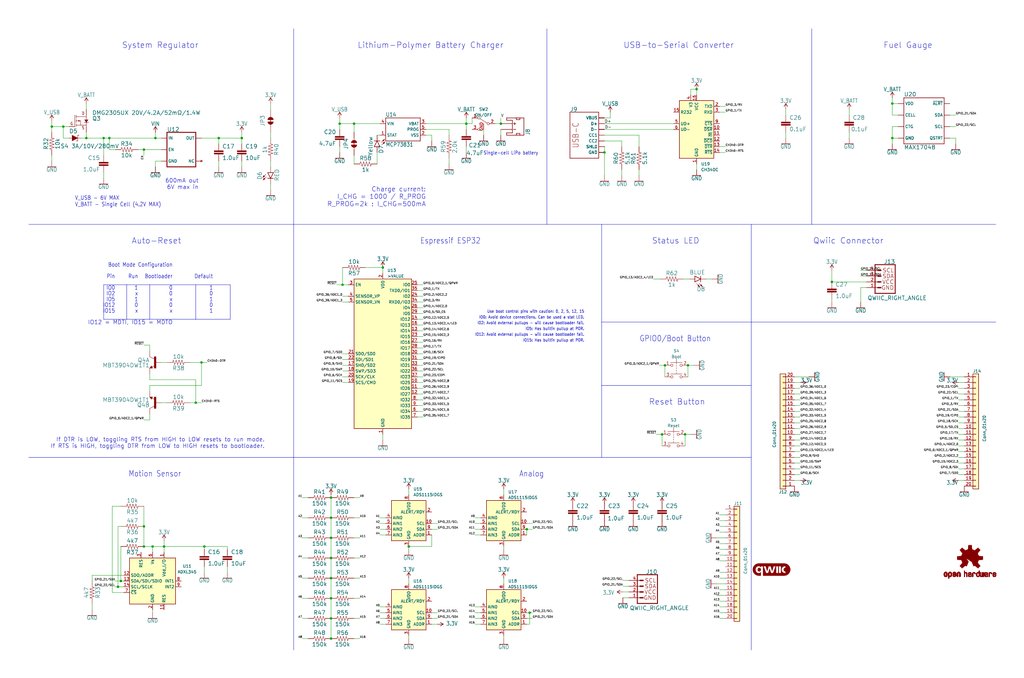
<source format=kicad_sch>
(kicad_sch (version 20230121) (generator eeschema)
  (paper "User" 451.815 299.39)
  (title_block (title "posture") (date "2023-02-28") (rev "0") (company "hasatio"))
  (lib_symbols
    (symbol "Analog_ADC:ADS1115IDGS"
      (property "Reference" "U" (at 2.54 13.97 0))
      (property "Value" "ADS1115IDGS" (at 7.62 11.43 0))
      (symbol "ADS1115IDGS_1_1"
        (pin input line (at 10.16 -5.08 180) (length 2.54) (name "ADDR") (number "1"))
        (pin input line (at 10.16 0 180) (length 2.54) (name "SCL") (number "10"))
        (pin output line (at 10.16 5.08 180) (length 2.54) (name "ALERT/RDY") (number "2"))
        (pin power_in line (at 0 -10.16 90) (length 2.54) (name "GND") (number "3"))
        (pin input line (at -10.16 2.54 0) (length 2.54) (name "AIN0") (number "4"))
        (pin input line (at -10.16 0 0) (length 2.54) (name "AIN1") (number "5"))
        (pin input line (at -10.16 -2.54 0) (length 2.54) (name "AIN2") (number "6"))
        (pin input line (at -10.16 -5.08 0) (length 2.54) (name "AIN3") (number "7"))
        (pin power_in line (at 0 12.7 270) (length 2.54) (name "VDD") (number "8"))
        (pin bidirectional line (at 10.16 -2.54 180) (length 2.54) (name "SDA") (number "9"))
      )
    )
    (symbol "Connector_Generic:Conn_01x20" (pin_names (offset 1.016) hide)
      (property "Reference" "J" (at 0 25.4 0))
      (property "Value" "Conn_01x20" (at 0 -27.94 0))
      (symbol "Conn_01x20_1_1"
        (pin passive line (at -5.08 22.86 0) (length 3.81) (name "Pin_1") (number "1"))
        (pin passive line (at -5.08 0 0) (length 3.81) (name "Pin_10") (number "10"))
        (pin passive line (at -5.08 -2.54 0) (length 3.81) (name "Pin_11") (number "11"))
        (pin passive line (at -5.08 -5.08 0) (length 3.81) (name "Pin_12") (number "12"))
        (pin passive line (at -5.08 -7.62 0) (length 3.81) (name "Pin_13") (number "13"))
        (pin passive line (at -5.08 -10.16 0) (length 3.81) (name "Pin_14") (number "14"))
        (pin passive line (at -5.08 -12.7 0) (length 3.81) (name "Pin_15") (number "15"))
        (pin passive line (at -5.08 -15.24 0) (length 3.81) (name "Pin_16") (number "16"))
        (pin passive line (at -5.08 -17.78 0) (length 3.81) (name "Pin_17") (number "17"))
        (pin passive line (at -5.08 -20.32 0) (length 3.81) (name "Pin_18") (number "18"))
        (pin passive line (at -5.08 -22.86 0) (length 3.81) (name "Pin_19") (number "19"))
        (pin passive line (at -5.08 20.32 0) (length 3.81) (name "Pin_2") (number "2"))
        (pin passive line (at -5.08 -25.4 0) (length 3.81) (name "Pin_20") (number "20"))
        (pin passive line (at -5.08 17.78 0) (length 3.81) (name "Pin_3") (number "3"))
        (pin passive line (at -5.08 15.24 0) (length 3.81) (name "Pin_4") (number "4"))
        (pin passive line (at -5.08 12.7 0) (length 3.81) (name "Pin_5") (number "5"))
        (pin passive line (at -5.08 10.16 0) (length 3.81) (name "Pin_6") (number "6"))
        (pin passive line (at -5.08 7.62 0) (length 3.81) (name "Pin_7") (number "7"))
        (pin passive line (at -5.08 5.08 0) (length 3.81) (name "Pin_8") (number "8"))
        (pin passive line (at -5.08 2.54 0) (length 3.81) (name "Pin_9") (number "9"))
      )
    )
    (symbol "Interface_USB:CH340C"
      (property "Reference" "U" (at -5.08 13.97 0))
      (property "Value" "CH340C" (at 1.27 13.97 0))
      (symbol "CH340C_1_1"
        (pin power_in line (at 0 -15.24 90) (length 2.54) (name "GND") (number "1"))
        (pin input line (at 10.16 0 180) (length 2.54) (name "~{DSR}") (number "10"))
        (pin input line (at 10.16 -2.54 180) (length 2.54) (name "~{RI}") (number "11"))
        (pin input line (at 10.16 -5.08 180) (length 2.54) (name "~{DCD}") (number "12"))
        (pin output line (at 10.16 -7.62 180) (length 2.54) (name "~{DTR}") (number "13"))
        (pin output line (at 10.16 -10.16 180) (length 2.54) (name "~{RTS}") (number "14"))
        (pin input line (at -10.16 7.62 0) (length 2.54) (name "R232") (number "15"))
        (pin power_in line (at 0 15.24 270) (length 2.54) (name "VCC") (number "16"))
        (pin output line (at 10.16 10.16 180) (length 2.54) (name "TXD") (number "2"))
        (pin input line (at 10.16 7.62 180) (length 2.54) (name "RXD") (number "3"))
        (pin passive line (at -2.54 15.24 270) (length 2.54) (name "V3") (number "4"))
        (pin bidirectional line (at -10.16 2.54 0) (length 2.54) (name "UD+") (number "5"))
        (pin bidirectional line (at -10.16 0 0) (length 2.54) (name "UD-") (number "6"))
        (pin no_connect line (at -7.62 -7.62 0) (length 2.54) hide (name "NC") (number "7"))
        (pin no_connect line (at -7.62 -10.16 0) (length 2.54) hide (name "NC") (number "8"))
        (pin input line (at 10.16 2.54 180) (length 2.54) (name "~{CTS}") (number "9"))
      )
    )
    (symbol "RF_Module:ESP32-WROOM-32"
      (property "Reference" "U" (at -12.7 34.29 0))
      (property "Value" "ESP32-WROOM-32" (at 1.27 34.29 0))
      (symbol "ESP32-WROOM-32_1_1"
        (pin power_in line (at 0 -35.56 90) (length 2.54) (name "GND") (number "1"))
        (pin bidirectional line (at 15.24 -12.7 180) (length 2.54) (name "IO25") (number "10"))
        (pin bidirectional line (at 15.24 -15.24 180) (length 2.54) (name "IO26") (number "11"))
        (pin bidirectional line (at 15.24 -17.78 180) (length 2.54) (name "IO27") (number "12"))
        (pin bidirectional line (at 15.24 10.16 180) (length 2.54) (name "IO14") (number "13"))
        (pin bidirectional line (at 15.24 15.24 180) (length 2.54) (name "IO12") (number "14"))
        (pin passive line (at 0 -35.56 90) (length 2.54) hide (name "GND") (number "15"))
        (pin bidirectional line (at 15.24 12.7 180) (length 2.54) (name "IO13") (number "16"))
        (pin bidirectional line (at -15.24 -5.08 0) (length 2.54) (name "SHD/SD2") (number "17"))
        (pin bidirectional line (at -15.24 -7.62 0) (length 2.54) (name "SWP/SD3") (number "18"))
        (pin bidirectional line (at -15.24 -12.7 0) (length 2.54) (name "SCS/CMD") (number "19"))
        (pin power_in line (at 0 35.56 270) (length 2.54) (name "VDD") (number "2"))
        (pin bidirectional line (at -15.24 -10.16 0) (length 2.54) (name "SCK/CLK") (number "20"))
        (pin bidirectional line (at -15.24 0 0) (length 2.54) (name "SDO/SD0") (number "21"))
        (pin bidirectional line (at -15.24 -2.54 0) (length 2.54) (name "SDI/SD1") (number "22"))
        (pin bidirectional line (at 15.24 7.62 180) (length 2.54) (name "IO15") (number "23"))
        (pin bidirectional line (at 15.24 25.4 180) (length 2.54) (name "IO2") (number "24"))
        (pin bidirectional line (at 15.24 30.48 180) (length 2.54) (name "IO0") (number "25"))
        (pin bidirectional line (at 15.24 20.32 180) (length 2.54) (name "IO4") (number "26"))
        (pin bidirectional line (at 15.24 5.08 180) (length 2.54) (name "IO16") (number "27"))
        (pin bidirectional line (at 15.24 2.54 180) (length 2.54) (name "IO17") (number "28"))
        (pin bidirectional line (at 15.24 17.78 180) (length 2.54) (name "IO5") (number "29"))
        (pin input line (at -15.24 30.48 0) (length 2.54) (name "EN") (number "3"))
        (pin bidirectional line (at 15.24 0 180) (length 2.54) (name "IO18") (number "30"))
        (pin bidirectional line (at 15.24 -2.54 180) (length 2.54) (name "IO19") (number "31"))
        (pin no_connect line (at -12.7 -27.94 0) (length 2.54) hide (name "NC") (number "32"))
        (pin bidirectional line (at 15.24 -5.08 180) (length 2.54) (name "IO21") (number "33"))
        (pin bidirectional line (at 15.24 22.86 180) (length 2.54) (name "RXD0/IO3") (number "34"))
        (pin bidirectional line (at 15.24 27.94 180) (length 2.54) (name "TXD0/IO1") (number "35"))
        (pin bidirectional line (at 15.24 -7.62 180) (length 2.54) (name "IO22") (number "36"))
        (pin bidirectional line (at 15.24 -10.16 180) (length 2.54) (name "IO23") (number "37"))
        (pin passive line (at 0 -35.56 90) (length 2.54) hide (name "GND") (number "38"))
        (pin passive line (at 0 -35.56 90) (length 2.54) hide (name "GND") (number "39"))
        (pin input line (at -15.24 25.4 0) (length 2.54) (name "SENSOR_VP") (number "4"))
        (pin input line (at -15.24 22.86 0) (length 2.54) (name "SENSOR_VN") (number "5"))
        (pin input line (at 15.24 -25.4 180) (length 2.54) (name "IO34") (number "6"))
        (pin input line (at 15.24 -27.94 180) (length 2.54) (name "IO35") (number "7"))
        (pin bidirectional line (at 15.24 -20.32 180) (length 2.54) (name "IO32") (number "8"))
        (pin bidirectional line (at 15.24 -22.86 180) (length 2.54) (name "IO33") (number "9"))
      )
    )
    (symbol "Sensor_Motion:ADXL343"
      (property "Reference" "U" (at -8.89 11.43 0))
      (property "Value" "ADXL343" (at -7.62 -11.43 0))
      (symbol "ADXL343_1_1"
        (pin power_in line (at 5.08 12.7 270) (length 2.54) (name "Vdd_I/O") (number "1"))
        (pin no_connect line (at -5.08 -10.16 90) (length 2.54) hide (name "NC") (number "10"))
        (pin passive line (at 5.08 -12.7 90) (length 2.54) (name "RES") (number "11"))
        (pin bidirectional line (at -12.7 2.54 0) (length 2.54) (name "SDO/ADDR") (number "12"))
        (pin bidirectional line (at -12.7 0 0) (length 2.54) (name "SDA/SDI/SDIO") (number "13"))
        (pin input line (at -12.7 -2.54 0) (length 2.54) (name "SCL/SCLK") (number "14"))
        (pin power_in line (at 0 -12.7 90) (length 2.54) (name "GND") (number "2"))
        (pin passive line (at -5.08 12.7 270) (length 2.54) (name "RES") (number "3"))
        (pin passive line (at 0 -12.7 90) (length 2.54) hide (name "GND") (number "4"))
        (pin passive line (at 0 -12.7 90) (length 2.54) hide (name "GND") (number "5"))
        (pin power_in line (at 0 12.7 270) (length 2.54) (name "Vs") (number "6"))
        (pin input line (at -12.7 -5.08 0) (length 2.54) (name "~{CS}") (number "7"))
        (pin output line (at 12.7 0 180) (length 2.54) (name "INT1") (number "8"))
        (pin output line (at 12.7 -2.54 180) (length 2.54) (name "INT2") (number "9"))
      )
    )
    (symbol "SparkFun ESP32 Thing Plus C-eagle-import:0.1UF-0402T-16V-10%"
      (property "Reference" "C" (at 1.524 2.921 0))
      (property "Value" "0.1UF-0402T-16V-10%" (at 1.524 -2.159 0))
      (symbol "0.1UF-0402T-16V-10%_1_0"
        (pin passive line (at 0 5.08 270) (length 2.54) (name "1") (number "1"))
        (pin passive line (at 0 -2.54 90) (length 2.54) (name "2") (number "2"))
      )
    )
    (symbol "SparkFun ESP32 Thing Plus C-eagle-import:0.1UF-0402T-6.3V-10%-X7R"
      (property "Reference" "C" (at 1.524 2.921 0))
      (property "Value" "0.1UF-0402T-6.3V-10%-X7R" (at 1.524 -2.159 0))
      (symbol "0.1UF-0402T-6.3V-10%-X7R_1_0"
        (pin passive line (at 0 5.08 270) (length 2.54) (name "1") (number "1"))
        (pin passive line (at 0 -2.54 90) (length 2.54) (name "2") (number "2"))
      )
    )
    (symbol "SparkFun ESP32 Thing Plus C-eagle-import:1.0UF-0402T-16V-10%"
      (property "Reference" "C" (at 1.524 2.921 0))
      (property "Value" "1.0UF-0402T-16V-10%" (at 1.524 -2.159 0))
      (symbol "1.0UF-0402T-16V-10%_1_0"
        (pin passive line (at 0 5.08 270) (length 2.54) (name "1") (number "1"))
        (pin passive line (at 0 -2.54 90) (length 2.54) (name "2") (number "2"))
      )
    )
    (symbol "SparkFun ESP32 Thing Plus C-eagle-import:10KOHM-0402T-1{slash}16W-1%"
      (property "Reference" "R" (at 0 1.524 0))
      (property "Value" "10KOHM-0402T-1{slash}16W-1%" (at 0 -1.524 0))
      (symbol "10KOHM-0402T-1{slash}16W-1%_1_0"
        (pin passive line (at -5.08 0 0) (length 2.54) (name "1") (number "1"))
        (pin passive line (at 5.08 0 180) (length 2.54) (name "2") (number "2"))
      )
    )
    (symbol "SparkFun ESP32 Thing Plus C-eagle-import:10UF-0402T-6.3V-20%"
      (property "Reference" "C" (at 1.524 2.921 0))
      (property "Value" "10UF-0402T-6.3V-20%" (at 1.524 -2.159 0))
      (symbol "10UF-0402T-6.3V-20%_1_0"
        (pin passive line (at 0 5.08 270) (length 2.54) (name "1") (number "1"))
        (pin passive line (at 0 -2.54 90) (length 2.54) (name "2") (number "2"))
      )
    )
    (symbol "SparkFun ESP32 Thing Plus C-eagle-import:1KOHM-0402T-1{slash}16W-1%"
      (property "Reference" "R" (at 0 1.524 0))
      (property "Value" "1KOHM-0402T-1{slash}16W-1%" (at 0 -1.524 0))
      (symbol "1KOHM-0402T-1{slash}16W-1%_1_0"
        (pin passive line (at -5.08 0 0) (length 2.54) (name "1") (number "1"))
        (pin passive line (at 5.08 0 180) (length 2.54) (name "2") (number "2"))
      )
    )
    (symbol "SparkFun ESP32 Thing Plus C-eagle-import:2.0KOHM-0603-1{slash}10W-5%"
      (property "Reference" "R" (at 0 1.524 0))
      (property "Value" "2.0KOHM-0603-1{slash}10W-5%" (at 0 -1.524 0))
      (symbol "2.0KOHM-0603-1{slash}10W-5%_1_0"
        (pin passive line (at -5.08 0 0) (length 2.54) (name "1") (number "1"))
        (pin passive line (at 5.08 0 180) (length 2.54) (name "2") (number "2"))
      )
    )
    (symbol "SparkFun ESP32 Thing Plus C-eagle-import:3.3V" (power)
      (property "Value" "3.3V" (at 0 2.794 0))
      (symbol "3.3V_1_0"
        (pin power_in line (at 0 0 90) (length 2.54) (name "3.3V") (number "1"))
      )
    )
    (symbol "SparkFun ESP32 Thing Plus C-eagle-import:4.7UF-0402_TIGHT-6.3V-20%-X5R"
      (property "Reference" "C" (at 1.524 2.921 0))
      (property "Value" "4.7UF-0402_TIGHT-6.3V-20%-X5R" (at 1.524 -2.159 0))
      (symbol "4.7UF-0402_TIGHT-6.3V-20%-X5R_1_0"
        (pin passive line (at 0 5.08 270) (length 2.54) (name "1") (number "1"))
        (pin passive line (at 0 -2.54 90) (length 2.54) (name "2") (number "2"))
      )
    )
    (symbol "SparkFun ESP32 Thing Plus C-eagle-import:4.7UF-0603-35V-(20%)"
      (property "Reference" "C" (at 1.524 2.921 0))
      (property "Value" "4.7UF-0603-35V-(20%)" (at 1.524 -2.159 0))
      (symbol "4.7UF-0603-35V-(20%)_1_0"
        (pin passive line (at 0 5.08 270) (length 2.54) (name "1") (number "1"))
        (pin passive line (at 0 -2.54 90) (length 2.54) (name "2") (number "2"))
      )
    )
    (symbol "SparkFun ESP32 Thing Plus C-eagle-import:5.1KOHM-0402T-1{slash}16W-1%"
      (property "Reference" "R" (at 0 1.524 0))
      (property "Value" "5.1KOHM-0402T-1{slash}16W-1%" (at 0 -1.524 0))
      (symbol "5.1KOHM-0402T-1{slash}16W-1%_1_0"
        (pin passive line (at -5.08 0 0) (length 2.54) (name "1") (number "1"))
        (pin passive line (at 5.08 0 180) (length 2.54) (name "2") (number "2"))
      )
    )
    (symbol "SparkFun ESP32 Thing Plus C-eagle-import:DIODE-SCHOTTKY-BAT60A"
      (property "Reference" "D" (at -2.54 2.032 0))
      (property "Value" "DIODE-SCHOTTKY-BAT60A" (at -2.54 -2.032 0))
      (symbol "DIODE-SCHOTTKY-BAT60A_1_0"
        (pin passive line (at -2.54 0 0) (length 0) (name "A") (number "A"))
        (pin passive line (at 2.54 0 180) (length 0) (name "C") (number "C"))
      )
    )
    (symbol "SparkFun ESP32 Thing Plus C-eagle-import:GND" (power)
      (property "Value" "GND" (at 0 -0.254 0))
      (symbol "GND_1_0"
        (pin power_in line (at 0 2.54 270) (length 2.54) (name "GND") (number "1"))
      )
    )
    (symbol "SparkFun ESP32 Thing Plus C-eagle-import:JST_2MM_MALE"
      (property "Reference" "J" (at -2.54 5.842 0))
      (symbol "JST_2MM_MALE_1_0"
        (pin bidirectional line (at 0 -5.08 90) (length 5.08) (name "-") (number "1"))
        (pin bidirectional line (at 2.54 -5.08 90) (length 5.08) (name "+") (number "2"))
        (pin bidirectional line (at -2.54 2.54 90) (length 0) (name "PAD1") (number "NC1"))
        (pin bidirectional line (at 5.08 2.54 90) (length 0) (name "PAD2") (number "NC2"))
      )
    )
    (symbol "SparkFun ESP32 Thing Plus C-eagle-import:JUMPER-SMT_2_NC_TRACE_SILK"
      (property "Reference" "JP" (at -2.54 2.54 0))
      (property "Value" "JUMPER-SMT_2_NC_TRACE_SILK" (at -2.54 -2.54 0))
      (symbol "JUMPER-SMT_2_NC_TRACE_SILK_1_0"
        (pin passive line (at -5.08 0 0) (length 2.54) (name "1") (number "1"))
        (pin passive line (at 5.08 0 180) (length 2.54) (name "2") (number "2"))
      )
    )
    (symbol "SparkFun ESP32 Thing Plus C-eagle-import:LED-BLUE0603"
      (property "Reference" "D" (at -3.429 -4.572 90))
      (property "Value" "LED-BLUE0603" (at 1.905 -4.572 90))
      (symbol "LED-BLUE0603_1_0"
        (pin passive line (at 0 2.54 270) (length 2.54) (name "A") (number "A"))
        (pin passive line (at 0 -5.08 90) (length 2.54) (name "C") (number "C"))
      )
    )
    (symbol "SparkFun ESP32 Thing Plus C-eagle-import:LED-RED0603"
      (property "Reference" "D" (at -3.429 -4.572 90))
      (property "Value" "LED-RED0603" (at 1.905 -4.572 90))
      (symbol "LED-RED0603_1_0"
        (pin passive line (at 0 2.54 270) (length 2.54) (name "A") (number "A"))
        (pin passive line (at 0 -5.08 90) (length 2.54) (name "C") (number "C"))
      )
    )
    (symbol "SparkFun ESP32 Thing Plus C-eagle-import:LED-YELLOW0603"
      (property "Reference" "D" (at -3.429 -4.572 90))
      (property "Value" "LED-YELLOW0603" (at 1.905 -4.572 90))
      (symbol "LED-YELLOW0603_1_0"
        (pin passive line (at 0 2.54 270) (length 2.54) (name "A") (number "A"))
        (pin passive line (at 0 -5.08 90) (length 2.54) (name "C") (number "C"))
      )
    )
    (symbol "SparkFun ESP32 Thing Plus C-eagle-import:MAX17048DFN8"
      (property "Reference" "U" (at -10.16 10.668 0))
      (property "Value" "MAX17048DFN8" (at -10.16 -12.7 0))
      (symbol "MAX17048DFN8_1_0"
        (pin input line (at -12.7 -2.54 0) (length 2.54) (name "CTG") (number "1"))
        (pin input line (at -12.7 2.54 0) (length 2.54) (name "CELL") (number "2"))
        (pin bidirectional line (at -12.7 7.62 0) (length 2.54) (name "VDD") (number "3"))
        (pin bidirectional line (at -12.7 -7.62 0) (length 2.54) (name "GND") (number "4"))
        (pin bidirectional line (at 10.16 7.62 180) (length 2.54) (name "~{ALRT}") (number "5"))
        (pin bidirectional line (at 10.16 -7.62 180) (length 2.54) (name "QSTRT") (number "6"))
        (pin output line (at 10.16 -2.54 180) (length 2.54) (name "SCL") (number "7"))
        (pin input line (at 10.16 2.54 180) (length 2.54) (name "SDA") (number "8"))
        (pin bidirectional line (at -12.7 -7.62 0) (length 2.54) (name "GND") (number "9"))
      )
    )
    (symbol "SparkFun ESP32 Thing Plus C-eagle-import:MCP73831"
      (property "Reference" "U" (at -7.62 5.588 0))
      (property "Value" "MCP73831" (at -7.62 -7.62 0))
      (symbol "MCP73831_1_0"
        (pin output line (at -10.16 -2.54 0) (length 2.54) (name "STAT") (number "1"))
        (pin power_in line (at 10.16 -2.54 180) (length 2.54) (name "VSS") (number "2"))
        (pin power_in line (at 10.16 2.54 180) (length 2.54) (name "VBAT") (number "3"))
        (pin power_in line (at -10.16 2.54 0) (length 2.54) (name "VIN") (number "4"))
        (pin input line (at 10.16 0 180) (length 2.54) (name "PROG") (number "5"))
      )
    )
    (symbol "SparkFun ESP32 Thing Plus C-eagle-import:MOSFET_PCH-DMG2305UX-7"
      (property "Reference" "Q" (at 5.08 0 0))
      (property "Value" "MOSFET_PCH-DMG2305UX-7" (at 5.08 -2.54 0))
      (symbol "MOSFET_PCH-DMG2305UX-7_1_0"
        (text "D" (at 0.508 2.54 0) (effects (font (size 1.27 1.0795)) (justify left bottom)))
        (text "G" (at -3.302 -0.508 0) (effects (font (size 1.27 1.0795)) (justify right top)))
        (text "S" (at 0.508 -3.81 0) (effects (font (size 1.27 1.0795)) (justify left bottom)))
        (pin bidirectional line (at -5.08 -2.54 0) (length 2.54) (name "G") (number "1"))
        (pin bidirectional line (at 2.54 -5.08 90) (length 2.54) (name "S") (number "2"))
        (pin bidirectional line (at 2.54 5.08 270) (length 2.54) (name "D") (number "3"))
      )
    )
    (symbol "SparkFun ESP32 Thing Plus C-eagle-import:OSHW-LOGOMINI")
    (symbol "SparkFun ESP32 Thing Plus C-eagle-import:QWIIC_CONNECTORJS-1MM"
      (property "Reference" "J" (at -5.08 7.874 0))
      (property "Value" "QWIIC_CONNECTORJS-1MM" (at -5.08 -5.334 0))
      (symbol "QWIIC_CONNECTORJS-1MM_1_0"
        (text "GND" (at -4.572 -2.54 0) (effects (font (size 1.778 1.778)) (justify left)))
        (text "SCL" (at -4.572 5.08 0) (effects (font (size 1.778 1.778)) (justify left)))
        (text "SDA" (at -4.572 2.54 0) (effects (font (size 1.778 1.778)) (justify left)))
        (text "VCC" (at -4.572 0 0) (effects (font (size 1.778 1.778)) (justify left)))
        (pin power_in line (at 7.62 -2.54 180) (length 5.08) (name "1") (number "1"))
        (pin power_in line (at 7.62 0 180) (length 5.08) (name "2") (number "2"))
        (pin passive line (at 7.62 2.54 180) (length 5.08) (name "3") (number "3"))
        (pin passive line (at 7.62 5.08 180) (length 5.08) (name "4") (number "4"))
      )
    )
    (symbol "SparkFun ESP32 Thing Plus C-eagle-import:QWIIC_LOGO_4MM")
    (symbol "SparkFun ESP32 Thing Plus C-eagle-import:TRANS_NPN_DUAL-MBT3904DW1T1"
      (property "Reference" "Q" (at 2.54 0 0))
      (property "Value" "TRANS_NPN_DUAL-MBT3904DW1T1" (at 2.54 -2.286 0))
      (symbol "TRANS_NPN_DUAL-MBT3904DW1T1_1_0"
        (pin passive line (at 2.54 5.08 270) (length 2.54) (name "C") (number "3"))
        (pin passive line (at 2.54 -5.08 90) (length 2.54) (name "E") (number "4"))
        (pin passive line (at -2.54 0 0) (length 2.54) (name "B") (number "5"))
      )
      (symbol "TRANS_NPN_DUAL-MBT3904DW1T1_2_0"
        (pin passive line (at 2.54 -5.08 90) (length 2.54) (name "E") (number "1"))
        (pin passive line (at -2.54 0 0) (length 2.54) (name "B") (number "2"))
        (pin passive line (at 2.54 5.08 270) (length 2.54) (name "C") (number "6"))
      )
    )
    (symbol "SparkFun ESP32 Thing Plus C-eagle-import:USB_C_2-LAYER_PADS"
      (property "Reference" "J" (at -2.54 10.414 0))
      (property "Value" "USB_C_2-LAYER_PADS" (at -2.54 -12.446 0))
      (symbol "USB_C_2-LAYER_PADS_1_0"
        (text "USB-C" (at 0 0 900) (effects (font (size 2.54 2.159))))
        (pin bidirectional line (at 12.7 0 180) (length 2.54) (name "CC1") (number "A5"))
        (pin bidirectional line (at 12.7 5.08 180) (length 2.54) (name "D+") (number "A6"))
        (pin bidirectional line (at 12.7 2.54 180) (length 2.54) (name "D-") (number "A7"))
        (pin bidirectional line (at 12.7 -2.54 180) (length 2.54) (name "CC2") (number "B5"))
        (pin bidirectional line (at 12.7 5.08 180) (length 2.54) (name "D+") (number "B6"))
        (pin bidirectional line (at 12.7 2.54 180) (length 2.54) (name "D-") (number "B7"))
        (pin bidirectional line (at 12.7 -7.62 180) (length 2.54) (name "GND") (number "GND"))
        (pin bidirectional line (at 12.7 -7.62 180) (length 2.54) (name "GND") (number "GND2"))
        (pin bidirectional line (at 12.7 -5.08 180) (length 2.54) (name "SHLD") (number "SHLD1"))
        (pin bidirectional line (at 12.7 -5.08 180) (length 2.54) (name "SHLD") (number "SHLD2"))
        (pin bidirectional line (at 12.7 -5.08 180) (length 2.54) (name "SHLD") (number "SHLD3"))
        (pin bidirectional line (at 12.7 -5.08 180) (length 2.54) (name "SHLD") (number "SHLD4"))
        (pin bidirectional line (at 12.7 7.62 180) (length 2.54) (name "VBUS") (number "VBUS1"))
        (pin bidirectional line (at 12.7 7.62 180) (length 2.54) (name "VBUS") (number "VBUS2"))
      )
    )
    (symbol "SparkFun ESP32 Thing Plus C-eagle-import:VIN" (power)
      (property "Value" "VIN" (at 0 2.794 0))
      (symbol "VIN_1_0"
        (pin power_in line (at 0 0 90) (length 2.54) (name "VIN") (number "1"))
      )
    )
    (symbol "SparkFun ESP32 Thing Plus C-eagle-import:V_BATT" (power)
      (property "Value" "V_BATT" (at 0 2.794 0))
      (symbol "V_BATT_1_0"
        (pin power_in line (at 0 0 90) (length 2.54) (name "V_BATT") (number "1"))
      )
    )
    (symbol "SparkFun ESP32 Thing Plus C-eagle-import:V_REG_AP2112K-3.3V"
      (property "Reference" "U" (at -7.62 7.874 0))
      (property "Value" "V_REG_AP2112K-3.3V" (at -7.62 -7.874 0))
      (symbol "V_REG_AP2112K-3.3V_1_0"
        (pin input line (at -10.16 5.08 0) (length 2.54) (name "IN") (number "1"))
        (pin input line (at -10.16 -5.08 0) (length 2.54) (name "GND") (number "2"))
        (pin input line (at -10.16 0 0) (length 2.54) (name "EN") (number "3"))
        (pin no_connect line (at 7.62 -5.08 180) (length 2.54) (name "NC") (number "4"))
        (pin passive line (at 7.62 5.08 180) (length 2.54) (name "OUT") (number "5"))
      )
    )
    (symbol "SparkFun ESP32 Thing Plus C-eagle-import:V_USB" (power)
      (property "Value" "V_USB" (at 0 2.794 0))
      (symbol "V_USB_1_0"
        (pin power_in line (at 0 0 90) (length 2.54) (name "V_USB") (number "1"))
      )
    )
    (symbol "Switch:SW_Push_Dual" (pin_names (offset 1.016) hide)
      (property "Reference" "SW" (at 1.27 2.54 0))
      (property "Value" "SW_Push_Dual" (at 0 -6.858 0))
      (symbol "SW_Push_Dual_0_1"
        (pin passive line (at -5.08 0 0) (length 2.54) (name "1") (number "1"))
        (pin passive line (at 5.08 0 180) (length 2.54) (name "2") (number "2"))
        (pin passive line (at -5.08 -5.08 0) (length 2.54) (name "3") (number "3"))
        (pin passive line (at 5.08 -5.08 180) (length 2.54) (name "4") (number "4"))
      )
    )
    (symbol "Switch:SW_SPDT" (pin_names (offset 0) hide)
      (property "Reference" "SW1" (at 0 6.35 0))
      (property "Value" "ON/OFF" (at 0 3.81 0))
      (symbol "SW_SPDT_1_0"
        (pin passive line (at 0 -2.54 90) (length 2.54) (name "GND") (number "GND"))
      )
      (symbol "SW_SPDT_1_1"
        (pin passive line (at 5.08 2.54 180) (length 2.54) (name "A") (number "1"))
        (pin passive line (at -5.08 0 0) (length 2.54) (name "B") (number "2"))
        (pin passive line (at 5.08 -2.54 180) (length 2.54) (name "C") (number "3"))
      )
    )
  )
  (junction (at 63.5 66.04))
  (junction (at 205.74 54.61))
  (junction (at 38.1 60.96))
  (junction (at 27.94 55.88))
  (junction (at 232.41 233.68))
  (junction (at 180.34 241.3))
  (junction (at 146.05 264.16))
  (junction (at 292.1 191.77))
  (junction (at 63.5 241.3))
  (junction (at 88.9 160.02))
  (junction (at 96.52 60.96))
  (junction (at 393.7 45.72))
  (junction (at 146.05 228.6))
  (junction (at 48.26 60.96))
  (junction (at 146.05 281.94))
  (junction (at 90.17 241.3))
  (junction (at 151.13 125.73))
  (junction (at 146.05 237.49))
  (junction (at 302.26 191.77))
  (junction (at 72.39 241.3))
  (junction (at 146.05 255.27))
  (junction (at 156.21 54.61))
  (junction (at 303.53 161.29))
  (junction (at 52.07 259.08))
  (junction (at 393.7 60.96))
  (junction (at 293.37 161.29))
  (junction (at 67.31 241.3))
  (junction (at 367.03 124.46))
  (junction (at 45.72 60.96))
  (junction (at 63.5 232.41))
  (junction (at 53.34 256.54))
  (junction (at 220.98 54.61))
  (junction (at 22.86 55.88))
  (junction (at 307.34 39.37))
  (junction (at 68.58 60.96))
  (junction (at 106.68 60.96))
  (junction (at 146.05 246.38))
  (junction (at 266.7 67.31))
  (junction (at 168.91 118.11))
  (junction (at 233.68 270.51))
  (junction (at 146.05 273.05))
  (junction (at 86.36 177.8))
  (junction (at 149.86 54.61))
  (junction (at 146.05 219.71))
  (wire (pts (xy 317.5 232.41) (xy 320.04 232.41)))
  (wire (pts (xy 419.1 60.96) (xy 421.64 60.96)))
  (wire (pts (xy 119.38 71.12) (xy 119.38 73.66)))
  (wire (pts (xy 205.74 54.61) (xy 208.28 54.61)))
  (wire (pts (xy 72.39 243.84) (xy 72.39 241.3)))
  (polyline (pts (xy 331.47 201.93) (xy 265.43 201.93)))
  (wire (pts (xy 209.55 231.14) (xy 212.09 231.14)))
  (wire (pts (xy 119.38 83.82) (xy 119.38 81.28)))
  (wire (pts (xy 190.5 241.3) (xy 180.34 241.3)))
  (wire (pts (xy 38.1 45.72) (xy 38.1 48.26)))
  (wire (pts (xy 186.69 135.89) (xy 184.15 135.89)))
  (wire (pts (xy 277.368 263.906) (xy 274.828 263.906)))
  (wire (pts (xy 234.95 273.05) (xy 232.41 273.05)))
  (wire (pts (xy 158.75 246.38) (xy 156.21 246.38)))
  (wire (pts (xy 180.34 215.9) (xy 180.34 218.44)))
  (wire (pts (xy 205.74 54.61) (xy 187.96 54.61)))
  (wire (pts (xy 209.55 273.05) (xy 212.09 273.05)))
  (wire (pts (xy 40.64 254) (xy 40.64 256.54)))
  (wire (pts (xy 168.91 194.31) (xy 168.91 191.77)))
  (wire (pts (xy 67.31 241.3) (xy 72.39 241.3)))
  (polyline (pts (xy 129.54 201.93) (xy 265.43 201.93)))
  (polyline (pts (xy 265.43 142.24) (xy 265.43 99.06)))
  (wire (pts (xy 158.75 281.94) (xy 156.21 281.94)))
  (polyline (pts (xy 55.88 125.73) (xy 55.88 140.97)))
  (polyline (pts (xy 331.47 142.24) (xy 439.42 142.24)))
  (wire (pts (xy 220.98 57.15) (xy 220.98 59.69)))
  (wire (pts (xy 71.12 60.96) (xy 68.58 60.96)))
  (wire (pts (xy 350.52 194.31) (xy 353.06 194.31)))
  (wire (pts (xy 209.55 270.51) (xy 212.09 270.51)))
  (polyline (pts (xy 358.14 12.7) (xy 358.14 99.06)))
  (wire (pts (xy 317.5 265.43) (xy 320.04 265.43)))
  (wire (pts (xy 317.5 240.03) (xy 320.04 240.03)))
  (polyline (pts (xy 129.54 99.06) (xy 241.3 99.06)))
  (wire (pts (xy 274.32 62.23) (xy 274.32 64.77)))
  (wire (pts (xy 422.91 191.77) (xy 425.45 191.77)))
  (wire (pts (xy 151.13 161.29) (xy 153.67 161.29)))
  (polyline (pts (xy 86.36 125.73) (xy 101.6 125.73)))
  (wire (pts (xy 316.23 237.49) (xy 320.04 237.49)))
  (polyline (pts (xy 241.3 99.06) (xy 265.43 99.06)))
  (wire (pts (xy 100.33 242.57) (xy 100.33 241.3)))
  (wire (pts (xy 422.91 171.45) (xy 425.45 171.45)))
  (wire (pts (xy 266.7 67.31) (xy 266.7 77.47)))
  (wire (pts (xy 90.17 241.3) (xy 72.39 241.3)))
  (wire (pts (xy 156.21 68.58) (xy 156.21 72.39)))
  (wire (pts (xy 66.04 167.64) (xy 66.04 165.1)))
  (wire (pts (xy 317.5 270.51) (xy 320.04 270.51)))
  (wire (pts (xy 73.66 177.8) (xy 71.12 177.8)))
  (wire (pts (xy 422.91 184.15) (xy 425.45 184.15)))
  (wire (pts (xy 96.52 60.96) (xy 106.68 60.96)))
  (polyline (pts (xy 265.43 170.18) (xy 265.43 142.24)))
  (wire (pts (xy 302.26 191.77) (xy 302.26 196.85)))
  (wire (pts (xy 72.39 238.76) (xy 72.39 241.3)))
  (wire (pts (xy 86.36 177.8) (xy 86.36 167.64)))
  (wire (pts (xy 187.96 59.69) (xy 190.5 59.69)))
  (wire (pts (xy 281.94 77.47) (xy 281.94 74.93)))
  (wire (pts (xy 133.35 281.94) (xy 135.89 281.94)))
  (wire (pts (xy 22.86 58.42) (xy 22.86 55.88)))
  (wire (pts (xy 48.26 60.96) (xy 68.58 60.96)))
  (wire (pts (xy 303.53 161.29) (xy 303.53 166.37)))
  (wire (pts (xy 198.12 57.15) (xy 198.12 59.69)))
  (wire (pts (xy 317.5 229.87) (xy 320.04 229.87)))
  (wire (pts (xy 209.55 233.68) (xy 212.09 233.68)))
  (wire (pts (xy 303.53 161.29) (xy 306.07 161.29)))
  (wire (pts (xy 186.69 128.27) (xy 184.15 128.27)))
  (wire (pts (xy 66.04 170.18) (xy 88.9 170.18)))
  (wire (pts (xy 27.94 55.88) (xy 27.94 60.96)))
  (wire (pts (xy 167.64 236.22) (xy 170.18 236.22)))
  (wire (pts (xy 90.17 241.3) (xy 90.17 242.57)))
  (wire (pts (xy 186.69 176.53) (xy 184.15 176.53)))
  (wire (pts (xy 146.05 218.44) (xy 146.05 219.71)))
  (wire (pts (xy 156.21 54.61) (xy 156.21 58.42)))
  (wire (pts (xy 277.368 256.286) (xy 274.828 256.286)))
  (wire (pts (xy 198.12 69.85) (xy 198.12 72.39)))
  (wire (pts (xy 422.91 201.93) (xy 425.45 201.93)))
  (polyline (pts (xy 55.88 140.97) (xy 45.72 140.97)))
  (wire (pts (xy 106.68 58.42) (xy 106.68 60.96)))
  (wire (pts (xy 382.27 121.92) (xy 379.73 121.92)))
  (wire (pts (xy 233.68 275.59) (xy 233.68 270.51)))
  (wire (pts (xy 317.5 252.73) (xy 320.04 252.73)))
  (wire (pts (xy 304.038 123.19) (xy 301.498 123.19)))
  (wire (pts (xy 100.33 252.73) (xy 100.33 250.19)))
  (wire (pts (xy 71.12 71.12) (xy 68.58 71.12)))
  (wire (pts (xy 73.66 160.02) (xy 71.12 160.02)))
  (polyline (pts (xy 358.14 99.06) (xy 439.42 99.06)))
  (wire (pts (xy 133.35 255.27) (xy 135.89 255.27)))
  (wire (pts (xy 86.36 177.8) (xy 88.9 177.8)))
  (wire (pts (xy 151.13 163.83) (xy 153.67 163.83)))
  (wire (pts (xy 53.34 223.52) (xy 49.53 223.52)))
  (wire (pts (xy 158.75 237.49) (xy 156.21 237.49)))
  (wire (pts (xy 63.5 66.04) (xy 71.12 66.04)))
  (wire (pts (xy 266.7 54.61) (xy 297.18 54.61)))
  (wire (pts (xy 350.52 199.39) (xy 353.06 199.39)))
  (wire (pts (xy 88.9 60.96) (xy 96.52 60.96)))
  (wire (pts (xy 193.04 231.14) (xy 190.5 231.14)))
  (wire (pts (xy 133.35 273.05) (xy 135.89 273.05)))
  (wire (pts (xy 186.69 125.73) (xy 184.15 125.73)))
  (wire (pts (xy 146.05 273.05) (xy 146.05 281.94)))
  (wire (pts (xy 63.5 241.3) (xy 67.31 241.3)))
  (wire (pts (xy 151.13 158.75) (xy 153.67 158.75)))
  (polyline (pts (xy 331.47 201.93) (xy 331.47 170.18)))
  (polyline (pts (xy 129.54 12.7) (xy 129.54 99.06)))
  (wire (pts (xy 66.04 172.72) (xy 66.04 170.18)))
  (polyline (pts (xy 331.47 287.02) (xy 331.47 201.93)))
  (wire (pts (xy 30.48 55.88) (xy 27.94 55.88)))
  (wire (pts (xy 180.34 255.27) (xy 180.34 257.81)))
  (wire (pts (xy 233.68 270.51) (xy 232.41 270.51)))
  (wire (pts (xy 27.94 60.96) (xy 30.48 60.96)))
  (wire (pts (xy 422.91 168.91) (xy 425.45 168.91)))
  (wire (pts (xy 350.52 189.23) (xy 353.06 189.23)))
  (wire (pts (xy 158.75 219.71) (xy 156.21 219.71)))
  (polyline (pts (xy 86.36 125.73) (xy 86.36 140.97)))
  (wire (pts (xy 146.05 228.6) (xy 146.05 237.49)))
  (wire (pts (xy 396.24 60.96) (xy 393.7 60.96)))
  (wire (pts (xy 186.69 181.61) (xy 184.15 181.61)))
  (wire (pts (xy 167.64 231.14) (xy 170.18 231.14)))
  (wire (pts (xy 232.41 275.59) (xy 233.68 275.59)))
  (wire (pts (xy 304.8 41.91) (xy 304.8 39.37)))
  (wire (pts (xy 422.91 194.31) (xy 425.45 194.31)))
  (wire (pts (xy 133.35 228.6) (xy 135.89 228.6)))
  (wire (pts (xy 167.64 275.59) (xy 170.18 275.59)))
  (polyline (pts (xy 265.43 142.24) (xy 331.47 142.24)))
  (wire (pts (xy 396.24 50.8) (xy 393.7 50.8)))
  (wire (pts (xy 422.91 209.55) (xy 425.45 209.55)))
  (wire (pts (xy 66.04 185.42) (xy 66.04 182.88)))
  (wire (pts (xy 209.55 228.6) (xy 212.09 228.6)))
  (wire (pts (xy 346.71 58.42) (xy 346.71 60.96)))
  (wire (pts (xy 186.69 146.05) (xy 184.15 146.05)))
  (wire (pts (xy 63.5 232.41) (xy 63.5 241.3)))
  (wire (pts (xy 269.24 52.07) (xy 266.7 52.07)))
  (polyline (pts (xy 12.7 99.06) (xy 129.54 99.06)))
  (wire (pts (xy 167.64 267.97) (xy 170.18 267.97)))
  (wire (pts (xy 205.74 67.31) (xy 205.74 64.77)))
  (wire (pts (xy 180.34 281.94) (xy 180.34 280.67)))
  (wire (pts (xy 419.1 50.8) (xy 421.64 50.8)))
  (wire (pts (xy 133.35 219.71) (xy 135.89 219.71)))
  (wire (pts (xy 146.05 264.16) (xy 146.05 273.05)))
  (wire (pts (xy 186.69 161.29) (xy 184.15 161.29)))
  (wire (pts (xy 186.69 151.13) (xy 184.15 151.13)))
  (wire (pts (xy 151.13 166.37) (xy 153.67 166.37)))
  (wire (pts (xy 60.96 66.04) (xy 63.5 66.04)))
  (wire (pts (xy 40.64 269.24) (xy 40.64 266.7)))
  (wire (pts (xy 186.69 143.51) (xy 184.15 143.51)))
  (wire (pts (xy 393.7 45.72) (xy 396.24 45.72)))
  (wire (pts (xy 292.1 191.77) (xy 292.1 196.85)))
  (wire (pts (xy 187.96 57.15) (xy 198.12 57.15)))
  (wire (pts (xy 317.5 46.99) (xy 320.04 46.99)))
  (wire (pts (xy 422.91 186.69) (xy 425.45 186.69)))
  (polyline (pts (xy 86.36 140.97) (xy 66.04 140.97)))
  (wire (pts (xy 68.58 60.96) (xy 68.58 58.42)))
  (wire (pts (xy 168.91 118.11) (xy 168.91 120.65)))
  (wire (pts (xy 133.35 246.38) (xy 135.89 246.38)))
  (wire (pts (xy 156.21 54.61) (xy 167.64 54.61)))
  (wire (pts (xy 234.95 270.51) (xy 233.68 270.51)))
  (wire (pts (xy 63.5 223.52) (xy 63.5 232.41)))
  (wire (pts (xy 186.69 140.97) (xy 184.15 140.97)))
  (wire (pts (xy 317.5 242.57) (xy 320.04 242.57)))
  (wire (pts (xy 421.64 60.96) (xy 421.64 63.5)))
  (wire (pts (xy 209.55 236.22) (xy 212.09 236.22)))
  (wire (pts (xy 393.7 50.8) (xy 393.7 45.72)))
  (wire (pts (xy 146.05 237.49) (xy 146.05 246.38)))
  (wire (pts (xy 422.91 212.09) (xy 425.45 212.09)))
  (wire (pts (xy 393.7 55.88) (xy 393.7 60.96)))
  (wire (pts (xy 422.91 181.61) (xy 425.45 181.61)))
  (wire (pts (xy 350.52 166.37) (xy 356.87 166.37)))
  (wire (pts (xy 317.5 49.53) (xy 320.04 49.53)))
  (wire (pts (xy 166.37 67.31) (xy 166.37 72.39)))
  (wire (pts (xy 50.8 259.08) (xy 52.07 259.08)))
  (wire (pts (xy 350.52 186.69) (xy 353.06 186.69)))
  (wire (pts (xy 350.52 181.61) (xy 353.06 181.61)))
  (wire (pts (xy 49.53 223.52) (xy 49.53 261.62)))
  (wire (pts (xy 186.69 171.45) (xy 184.15 171.45)))
  (wire (pts (xy 350.52 168.91) (xy 353.06 168.91)))
  (wire (pts (xy 67.31 270.51) (xy 67.31 269.24)))
  (wire (pts (xy 35.56 60.96) (xy 38.1 60.96)))
  (wire (pts (xy 186.69 184.15) (xy 184.15 184.15)))
  (wire (pts (xy 209.55 275.59) (xy 212.09 275.59)))
  (wire (pts (xy 52.07 259.08) (xy 54.61 259.08)))
  (wire (pts (xy 146.05 219.71) (xy 146.05 228.6)))
  (wire (pts (xy 180.34 242.57) (xy 180.34 241.3)))
  (wire (pts (xy 350.52 171.45) (xy 353.06 171.45)))
  (wire (pts (xy 293.37 166.37) (xy 293.37 161.29)))
  (wire (pts (xy 190.5 59.69) (xy 190.5 62.23)))
  (wire (pts (xy 317.5 273.05) (xy 320.04 273.05)))
  (wire (pts (xy 151.13 156.21) (xy 153.67 156.21)))
  (wire (pts (xy 83.82 177.8) (xy 86.36 177.8)))
  (polyline (pts (xy 66.04 140.97) (xy 55.88 140.97)))
  (wire (pts (xy 269.24 52.07) (xy 269.24 49.53)))
  (wire (pts (xy 106.68 60.96) (xy 106.68 63.5)))
  (wire (pts (xy 146.05 255.27) (xy 146.05 264.16)))
  (wire (pts (xy 350.52 209.55) (xy 353.06 209.55)))
  (wire (pts (xy 151.13 130.81) (xy 153.67 130.81)))
  (wire (pts (xy 290.83 161.29) (xy 293.37 161.29)))
  (wire (pts (xy 422.91 199.39) (xy 425.45 199.39)))
  (wire (pts (xy 302.26 191.77) (xy 304.8 191.77)))
  (wire (pts (xy 422.91 196.85) (xy 425.45 196.85)))
  (wire (pts (xy 320.04 67.31) (xy 317.5 67.31)))
  (wire (pts (xy 317.5 255.27) (xy 320.04 255.27)))
  (wire (pts (xy 186.69 158.75) (xy 184.15 158.75)))
  (wire (pts (xy 234.95 233.68) (xy 232.41 233.68)))
  (wire (pts (xy 50.8 66.04) (xy 48.26 66.04)))
  (wire (pts (xy 266.7 59.69) (xy 281.94 59.69)))
  (polyline (pts (xy 45.72 140.97) (xy 45.72 125.73)))
  (polyline (pts (xy 66.04 125.73) (xy 86.36 125.73)))
  (wire (pts (xy 133.35 264.16) (xy 135.89 264.16)))
  (wire (pts (xy 419.1 55.88) (xy 421.64 55.88)))
  (wire (pts (xy 186.69 130.81) (xy 184.15 130.81)))
  (wire (pts (xy 67.31 241.3) (xy 67.31 243.84)))
  (wire (pts (xy 153.67 125.73) (xy 151.13 125.73)))
  (wire (pts (xy 274.828 261.366) (xy 277.368 261.366)))
  (wire (pts (xy 350.52 207.01) (xy 353.06 207.01)))
  (wire (pts (xy 346.71 48.26) (xy 346.71 50.8)))
  (wire (pts (xy 208.28 52.07) (xy 208.28 54.61)))
  (wire (pts (xy 186.69 156.21) (xy 184.15 156.21)))
  (wire (pts (xy 167.64 228.6) (xy 170.18 228.6)))
  (wire (pts (xy 53.34 241.3) (xy 53.34 256.54)))
  (wire (pts (xy 314.198 123.19) (xy 311.658 123.19)))
  (wire (pts (xy 161.29 118.11) (xy 168.91 118.11)))
  (wire (pts (xy 158.75 255.27) (xy 156.21 255.27)))
  (wire (pts (xy 88.9 160.02) (xy 91.44 160.02)))
  (wire (pts (xy 232.41 233.68) (xy 232.41 236.22)))
  (wire (pts (xy 22.86 53.34) (xy 22.86 55.88)))
  (wire (pts (xy 106.68 73.66) (xy 106.68 71.12)))
  (polyline (pts (xy 241.3 12.7) (xy 241.3 99.06)))
  (wire (pts (xy 316.23 257.81) (xy 320.04 257.81)))
  (wire (pts (xy 146.05 246.38) (xy 146.05 255.27)))
  (wire (pts (xy 133.35 237.49) (xy 135.89 237.49)))
  (wire (pts (xy 382.27 119.38) (xy 379.73 119.38)))
  (polyline (pts (xy 101.6 125.73) (xy 101.6 140.97)))
  (wire (pts (xy 52.07 232.41) (xy 52.07 259.08)))
  (wire (pts (xy 190.5 236.22) (xy 190.5 241.3)))
  (wire (pts (xy 186.69 179.07) (xy 184.15 179.07)))
  (wire (pts (xy 367.03 133.35) (xy 367.03 132.08)))
  (wire (pts (xy 186.69 168.91) (xy 184.15 168.91)))
  (wire (pts (xy 63.5 66.04) (xy 63.5 68.58)))
  (wire (pts (xy 167.64 270.51) (xy 170.18 270.51)))
  (wire (pts (xy 213.36 57.15) (xy 213.36 59.69)))
  (wire (pts (xy 350.52 173.99) (xy 353.06 173.99)))
  (wire (pts (xy 45.72 76.2) (xy 45.72 78.74)))
  (wire (pts (xy 149.86 54.61) (xy 156.21 54.61)))
  (wire (pts (xy 350.52 201.93) (xy 353.06 201.93)))
  (polyline (pts (xy 101.6 140.97) (xy 86.36 140.97)))
  (polyline (pts (xy 265.43 170.18) (xy 331.47 170.18)))
  (wire (pts (xy 149.86 54.61) (xy 149.86 52.07)))
  (wire (pts (xy 149.86 54.61) (xy 149.86 57.15)))
  (wire (pts (xy 393.7 60.96) (xy 393.7 63.5)))
  (wire (pts (xy 166.37 59.69) (xy 167.64 59.69)))
  (wire (pts (xy 96.52 60.96) (xy 96.52 63.5)))
  (wire (pts (xy 186.69 166.37) (xy 184.15 166.37)))
  (polyline (pts (xy 129.54 99.06) (xy 129.54 287.02)))
  (wire (pts (xy 317.5 267.97) (xy 320.04 267.97)))
  (wire (pts (xy 317.5 260.35) (xy 320.04 260.35)))
  (wire (pts (xy 419.1 166.37) (xy 425.45 166.37)))
  (wire (pts (xy 22.86 71.12) (xy 22.86 68.58)))
  (wire (pts (xy 307.34 41.91) (xy 307.34 39.37)))
  (wire (pts (xy 350.52 196.85) (xy 353.06 196.85)))
  (wire (pts (xy 151.13 133.35) (xy 153.67 133.35)))
  (wire (pts (xy 48.26 66.04) (xy 48.26 60.96)))
  (wire (pts (xy 234.95 231.14) (xy 232.41 231.14)))
  (wire (pts (xy 422.91 204.47) (xy 425.45 204.47)))
  (wire (pts (xy 49.53 261.62) (xy 54.61 261.62)))
  (wire (pts (xy 222.25 255.27) (xy 222.25 257.81)))
  (wire (pts (xy 151.13 118.11) (xy 151.13 125.73)))
  (wire (pts (xy 54.61 254) (xy 40.64 254)))
  (wire (pts (xy 193.04 233.68) (xy 190.5 233.68)))
  (wire (pts (xy 422.91 173.99) (xy 425.45 173.99)))
  (polyline (pts (xy 265.43 170.18) (xy 265.43 201.93)))
  (wire (pts (xy 151.13 168.91) (xy 153.67 168.91)))
  (wire (pts (xy 288.29 123.19) (xy 291.338 123.19)))
  (wire (pts (xy 68.58 71.12) (xy 68.58 73.66)))
  (wire (pts (xy 222.25 215.9) (xy 222.25 218.44)))
  (wire (pts (xy 307.34 72.39) (xy 307.34 74.93)))
  (wire (pts (xy 66.04 152.4) (xy 63.5 152.4)))
  (wire (pts (xy 350.52 184.15) (xy 353.06 184.15)))
  (wire (pts (xy 186.69 153.67) (xy 184.15 153.67)))
  (wire (pts (xy 119.38 58.42) (xy 119.38 60.96)))
  (wire (pts (xy 193.04 270.51) (xy 190.5 270.51)))
  (wire (pts (xy 86.36 167.64) (xy 66.04 167.64)))
  (wire (pts (xy 186.69 163.83) (xy 184.15 163.83)))
  (polyline (pts (xy 331.47 142.24) (xy 331.47 99.06)))
  (wire (pts (xy 374.65 58.42) (xy 374.65 60.96)))
  (polyline (pts (xy 45.72 125.73) (xy 55.88 125.73)))
  (wire (pts (xy 45.72 60.96) (xy 48.26 60.96)))
  (wire (pts (xy 186.69 133.35) (xy 184.15 133.35)))
  (wire (pts (xy 149.86 67.31) (xy 149.86 64.77)))
  (wire (pts (xy 422.91 176.53) (xy 425.45 176.53)))
  (wire (pts (xy 367.03 119.38) (xy 367.03 124.46)))
  (wire (pts (xy 317.5 247.65) (xy 320.04 247.65)))
  (wire (pts (xy 100.33 241.3) (xy 90.17 241.3)))
  (wire (pts (xy 193.04 275.59) (xy 190.5 275.59)))
  (wire (pts (xy 274.828 258.826) (xy 277.368 258.826)))
  (wire (pts (xy 350.52 204.47) (xy 353.06 204.47)))
  (wire (pts (xy 350.52 176.53) (xy 353.06 176.53)))
  (wire (pts (xy 119.38 45.72) (xy 119.38 48.26)))
  (wire (pts (xy 158.75 264.16) (xy 156.21 264.16)))
  (wire (pts (xy 209.55 267.97) (xy 212.09 267.97)))
  (wire (pts (xy 90.17 252.73) (xy 90.17 250.19)))
  (wire (pts (xy 96.52 73.66) (xy 96.52 71.12)))
  (wire (pts (xy 205.74 52.07) (xy 205.74 54.61)))
  (wire (pts (xy 367.03 124.46) (xy 382.27 124.46)))
  (wire (pts (xy 205.74 57.15) (xy 205.74 54.61)))
  (wire (pts (xy 151.13 125.73) (xy 148.59 125.73)))
  (wire (pts (xy 317.5 245.11) (xy 320.04 245.11)))
  (wire (pts (xy 66.04 185.42) (xy 63.5 185.42)))
  (wire (pts (xy 220.98 52.07) (xy 220.98 54.61)))
  (polyline (pts (xy 331.47 170.18) (xy 331.47 142.24)))
  (wire (pts (xy 350.52 179.07) (xy 353.06 179.07)))
  (wire (pts (xy 158.75 228.6) (xy 156.21 228.6)))
  (wire (pts (xy 382.27 127) (xy 379.73 127)))
  (wire (pts (xy 193.04 273.05) (xy 190.5 273.05)))
  (wire (pts (xy 186.69 173.99) (xy 184.15 173.99)))
  (polyline (pts (xy 331.47 99.06) (xy 358.14 99.06)))
  (wire (pts (xy 50.8 256.54) (xy 53.34 256.54)))
  (wire (pts (xy 422.91 207.01) (xy 425.45 207.01)))
  (wire (pts (xy 379.73 127) (xy 379.73 133.35)))
  (wire (pts (xy 83.82 160.02) (xy 88.9 160.02)))
  (wire (pts (xy 66.04 154.94) (xy 66.04 152.4)))
  (wire (pts (xy 38.1 60.96) (xy 45.72 60.96)))
  (wire (pts (xy 317.5 64.77) (xy 320.04 64.77)))
  (wire (pts (xy 158.75 273.05) (xy 156.21 273.05)))
  (wire (pts (xy 167.64 273.05) (xy 170.18 273.05)))
  (wire (pts (xy 186.69 138.43) (xy 184.15 138.43)))
  (wire (pts (xy 422.91 179.07) (xy 425.45 179.07)))
  (wire (pts (xy 186.69 148.59) (xy 184.15 148.59)))
  (wire (pts (xy 274.32 77.47) (xy 274.32 74.93)))
  (wire (pts (xy 396.24 55.88) (xy 393.7 55.88)))
  (polyline (pts (xy 12.7 201.93) (xy 129.54 201.93)))
  (wire (pts (xy 422.91 189.23) (xy 425.45 189.23)))
  (wire (pts (xy 266.7 62.23) (xy 274.32 62.23)))
  (wire (pts (xy 350.52 212.09) (xy 353.06 212.09)))
  (wire (pts (xy 307.34 39.37) (xy 304.8 39.37)))
  (wire (pts (xy 292.1 191.77) (xy 289.56 191.77)))
  (wire (pts (xy 38.1 58.42) (xy 38.1 60.96)))
  (wire (pts (xy 393.7 45.72) (xy 393.7 43.18)))
  (wire (pts (xy 218.44 54.61) (xy 220.98 54.61)))
  (wire (pts (xy 27.94 55.88) (xy 22.86 55.88)))
  (polyline (pts (xy 55.88 125.73) (xy 66.04 125.73)))
  (wire (pts (xy 317.5 234.95) (xy 320.04 234.95)))
  (wire (pts (xy 222.25 242.57) (xy 222.25 241.3)))
  (wire (pts (xy 266.7 64.77) (xy 266.7 67.31)))
  (wire (pts (xy 53.34 256.54) (xy 54.61 256.54)))
  (wire (pts (xy 281.94 59.69) (xy 281.94 64.77)))
  (wire (pts (xy 316.23 262.89) (xy 320.04 262.89)))
  (wire (pts (xy 374.65 48.26) (xy 374.65 50.8)))
  (wire (pts (xy 53.34 232.41) (xy 52.07 232.41)))
  (wire (pts (xy 350.52 191.77) (xy 353.06 191.77)))
  (wire (pts (xy 167.64 233.68) (xy 170.18 233.68)))
  (wire (pts (xy 317.5 227.33) (xy 320.04 227.33)))
  (wire (pts (xy 45.72 60.96) (xy 45.72 68.58)))
  (wire (pts (xy 88.9 170.18) (xy 88.9 160.02)))
  (polyline (pts (xy 66.04 125.73) (xy 66.04 140.97)))
  (polyline (pts (xy 265.43 99.06) (xy 331.47 99.06)))
  (wire (pts (xy 222.25 281.94) (xy 222.25 280.67)))
  (polyline (pts (xy 331.47 142.24) (xy 331.47 142.24)))
  (wire (pts (xy 266.7 57.15) (xy 297.18 57.15)))
  (text "GPIO0/Boot Button" (at 313.69 151.13 0) (effects (font (size 2.54 2.159)) (justify right bottom)))
  (text "System Regulator" (at 87.63 21.59 0) (effects (font (size 2.54 2.54)) (justify right bottom)))
  (text "Espressif ESP32" (at 212.09 107.95 0) (effects (font (size 2.54 2.159)) (justify right bottom)))
  (text "Bootloader" (at 76.2 123.19 0) (effects (font (size 1.778 1.5113)) (justify right bottom)))
  (text "x" (at 76.2 133.35 0) (effects (font (size 1.778 1.5113)) (justify right bottom)))
  (text "0" (at 76.2 130.81 0) (effects (font (size 1.778 1.5113)) (justify right bottom)))
  (text "1" (at 60.96 128.27 0) (effects (font (size 1.778 1.5113)) (justify right bottom)))
  (text "IO2: Avoid external pullups - will cause bootloader fail." (at 257.81 143.51 0) (effects (font (size 1.27 1.0795)) (justify right bottom)))
  (text "If DTR is LOW, toggling RTS from HIGH to LOW resets to run mode.\nIf RTS is HIGH, toggling DTR from LOW to HIGH resets to bootloader." (at 116.84 198.12 0) (effects (font (size 1.778 1.778)) (justify right bottom)))
  (text "0" (at 76.2 128.27 0) (effects (font (size 1.778 1.5113)) (justify right bottom)))
  (text "Use boot control pins with caution: 0, 2, 5, 12, 15" (at 257.81 138.43 0) (effects (font (size 1.27 1.0795)) (justify right bottom)))
  (text "USB-to-Serial Converter" (at 323.85 21.59 0) (effects (font (size 2.54 2.54)) (justify right bottom)))
  (text "IO15: Has builtin pullup at POR." (at 257.81 151.13 0) (effects (font (size 1.27 1.0795)) (justify right bottom)))
  (text "Run" (at 60.96 123.19 0) (effects (font (size 1.778 1.5113)) (justify right bottom)))
  (text "IO12 = MDTI, IO15 = MDTO" (at 76.2 143.51 0) (effects (font (size 1.778 1.778)) (justify right bottom)))
  (text "Status LED" (at 308.61 107.95 0) (effects (font (size 2.54 2.54)) (justify right bottom)))
  (text "Default" (at 93.98 123.19 0) (effects (font (size 1.778 1.5113)) (justify right bottom)))
  (text "0" (at 60.96 135.89 0) (effects (font (size 1.778 1.5113)) (justify right bottom)))
  (text "0" (at 76.2 135.89 0) (effects (font (size 1.778 1.5113)) (justify right bottom)))
  (text "Charge current:\nI_CHG = 1000 / R_PROG\nR_PROG=2k : I_CHG=500mA" (at 187.96 91.44 0) (effects (font (size 2.032 2.032)) (justify right bottom)))
  (text "0" (at 93.98 135.89 0) (effects (font (size 1.778 1.5113)) (justify right bottom)))
  (text "IO5" (at 50.8 133.35 0) (effects (font (size 1.778 1.5113)) (justify right bottom)))
  (text "V_USB - 6V MAX\nV_BATT - Single Cell (4.2V MAX)" (at 33.02 91.44 0) (effects (font (size 1.778 1.5113)) (justify left bottom)))
  (text "600mA out\n6V max in" (at 87.63 83.82 0) (effects (font (size 1.778 1.778)) (justify right bottom)))
  (text "Motion Sensor" (at 80.01 210.82 0) (effects (font (size 2.54 2.159)) (justify right bottom)))
  (text "Analog\n" (at 240.03 210.82 0) (effects (font (size 2.54 2.159)) (justify right bottom)))
  (text "x" (at 60.96 130.81 0) (effects (font (size 1.778 1.5113)) (justify right bottom)))
  (text "IO2" (at 50.8 130.81 0) (effects (font (size 1.778 1.5113)) (justify right bottom)))
  (text "IO5: Has builtin pullup at POR." (at 257.81 146.05 0) (effects (font (size 1.27 1.0795)) (justify right bottom)))
  (text "Fuel Gauge" (at 411.48 21.59 0) (effects (font (size 2.54 2.54)) (justify right bottom)))
  (text "IO12: Avoid external pullups - will cause bootloader fail." (at 257.81 148.59 0) (effects (font (size 1.27 1.0795)) (justify right bottom)))
  (text "Reset Button" (at 311.15 179.07 0) (effects (font (size 2.54 2.54)) (justify right bottom)))
  (text "IO15" (at 50.8 138.43 0) (effects (font (size 1.778 1.5113)) (justify right bottom)))
  (text "x" (at 76.2 138.43 0) (effects (font (size 1.778 1.5113)) (justify right bottom)))
  (text "IO0: Avoid device connections. Can be used a stat LED." (at 257.81 140.97 0) (effects (font (size 1.27 1.0795)) (justify right bottom)))
  (text "1" (at 93.98 128.27 0) (effects (font (size 1.778 1.5113)) (justify right bottom)))
  (text "Lithium-Polymer Battery Charger" (at 222.25 21.59 0) (effects (font (size 2.54 2.54)) (justify right bottom)))
  (text "Single-cell LiPo battery" (at 237.49 68.58 0) (effects (font (size 1.524 1.2954)) (justify right bottom)))
  (text "Pin" (at 50.8 123.19 0) (effects (font (size 1.778 1.5113)) (justify right bottom)))
  (text "IO12" (at 50.8 135.89 0) (effects (font (size 1.778 1.5113)) (justify right bottom)))
  (text "1" (at 60.96 133.35 0) (effects (font (size 1.778 1.5113)) (justify right bottom)))
  (text "Auto-Reset" (at 80.01 107.95 0) (effects (font (size 2.54 2.54)) (justify right bottom)))
  (text "Boot Mode Configuration" (at 76.2 118.11 0) (effects (font (size 1.778 1.5113)) (justify right bottom)))
  (text "IO0" (at 50.8 128.27 0) (effects (font (size 1.778 1.5113)) (justify right bottom)))
  (text "0" (at 93.98 130.81 0) (effects (font (size 1.778 1.5113)) (justify right bottom)))
  (text "Qwiic Connector" (at 389.89 107.95 0) (effects (font (size 2.54 2.54)) (justify right bottom)))
  (text "1" (at 93.98 133.35 0) (effects (font (size 1.778 1.5113)) (justify right bottom)))
  (text "x" (at 60.96 138.43 0) (effects (font (size 1.778 1.5113)) (justify right bottom)))
  (text "1" (at 93.98 138.43 0) (effects (font (size 1.778 1.5113)) (justify right bottom)))
  (label "A4" (at 167.64 236.22 180) (effects (font (size 0.889 0.889))))
  (label "GPIO_5/SD_CS" (at 186.69 138.43 0) (effects (font (size 0.889 0.889))))
  (label "A1" (at 167.64 228.6 180) (effects (font (size 0.889 0.889))))
  (label "GPIO_22/SCL" (at 193.04 270.51 0) (effects (font (size 0.889 0.889))))
  (label "GPIO_11{slash}SCS" (at 353.06 207.01 0) (effects (font (size 0.889 0.889))))
  (label "GPIO_39/ADC1_3" (at 353.06 173.99 0) (effects (font (size 0.889 0.889))))
  (label "GPIO_22/SCL" (at 186.69 163.83 0) (effects (font (size 0.889 0.889))))
  (label "GPIO_14/ADC2_6" (at 186.69 146.05 0) (effects (font (size 0.889 0.889))))
  (label "~{RESET}" (at 148.59 125.73 180) (effects (font (size 0.889 0.889))))
  (label "A15" (at 317.5 270.51 180) (effects (font (size 0.889 0.889))))
  (label "A16" (at 158.75 281.94 0) (effects (font (size 0.889 0.889))))
  (label "GPIO_1{slash}TX" (at 320.04 49.53 0) (effects (font (size 0.889 0.889))))
  (label "CH340-DTR" (at 320.04 64.77 0) (effects (font (size 0.889 0.889))))
  (label "GPIO_39/ADC1_3" (at 151.13 133.35 180) (effects (font (size 0.889 0.889))))
  (label "GPIO_0/ADC2_1/QPWR" (at 290.83 161.29 180) (effects (font (size 0.889 0.889))))
  (label "A12" (at 209.55 236.22 180) (effects (font (size 0.889 0.889))))
  (label "GPIO_18/SCK" (at 422.91 186.69 180) (effects (font (size 0.889 0.889))))
  (label "A3" (at 167.64 233.68 180) (effects (font (size 0.889 0.889))))
  (label "GPIO_10{slash}SWP" (at 353.06 204.47 0) (effects (font (size 0.889 0.889))))
  (label "GPIO_33/ADC1_5" (at 186.69 179.07 0) (effects (font (size 0.889 0.889))))
  (label "GPIO_7{slash}SDO" (at 151.13 156.21 180) (effects (font (size 0.889 0.889))))
  (label "A9" (at 158.75 219.71 0) (effects (font (size 0.889 0.889))))
  (label "GPIO_9{slash}SHD" (at 353.06 201.93 0) (effects (font (size 0.889 0.889))))
  (label "GPIO_26/ADC2_9" (at 186.69 171.45 0) (effects (font (size 0.889 0.889))))
  (label "GPIO_16/RX" (at 186.69 151.13 0) (effects (font (size 0.889 0.889))))
  (label "GPIO_21/SDA" (at 274.828 258.826 180) (effects (font (size 0.889 0.889))))
  (label "A1" (at 317.5 227.33 180) (effects (font (size 0.889 0.889))))
  (label "A7" (at 317.5 245.11 180) (effects (font (size 0.889 0.889))))
  (label "A7" (at 167.64 273.05 180) (effects (font (size 0.889 0.889))))
  (label "D+" (at 266.7 54.61 0))
  (label "GPIO_5/SD_CS" (at 422.91 189.23 180) (effects (font (size 0.889 0.889))))
  (label "A13" (at 158.75 255.27 0) (effects (font (size 0.889 0.889))))
  (label "A11" (at 158.75 237.49 0) (effects (font (size 0.889 0.889))))
  (label "A3" (at 133.35 237.49 180) (effects (font (size 0.889 0.889))))
  (label "GPIO_15/ADC2_3" (at 186.69 148.59 0) (effects (font (size 0.889 0.889))))
  (label "GPIO_27/ADC2_7" (at 353.06 191.77 0) (effects (font (size 0.889 0.889))))
  (label "GPIO_3/RX" (at 422.91 179.07 180) (effects (font (size 0.889 0.889))))
  (label "GPIO_6{slash}SCK" (at 151.13 166.37 180) (effects (font (size 0.889 0.889))))
  (label "GPIO_0/ADC2_1/QPWR" (at 422.91 199.39 180) (effects (font (size 0.889 0.889))))
  (label "GPIO_2/ADC2_2" (at 186.69 130.81 0) (effects (font (size 0.889 0.889))))
  (label "A14" (at 158.75 264.16 0) (effects (font (size 0.889 0.889))))
  (label "GPIO_2/ADC2_2" (at 422.91 201.93 180) (effects (font (size 0.889 0.889))))
  (label "A10" (at 317.5 255.27 180) (effects (font (size 0.889 0.889))))
  (label "A10" (at 158.75 228.6 0) (effects (font (size 0.889 0.889))))
  (label "GPIO_27/ADC2_7" (at 186.69 173.99 0) (effects (font (size 0.889 0.889))))
  (label "GPIO_0/ADC2_1/QPWR" (at 186.69 125.73 0) (effects (font (size 0.889 0.889))))
  (label "GPIO_13/ADC2_4/LED" (at 353.06 199.39 0) (effects (font (size 0.889 0.889))))
  (label "GPIO_4/ADC2_0" (at 186.69 135.89 0) (effects (font (size 0.889 0.889))))
  (label "GPIO_36/ADC1_0" (at 151.13 130.81 180) (effects (font (size 0.889 0.889))))
  (label "A8" (at 167.64 275.59 180) (effects (font (size 0.889 0.889))))
  (label "GPIO_21/SDA" (at 421.64 50.8 0) (effects (font (size 0.889 0.889))))
  (label "~{RESET}" (at 289.56 191.77 180) (effects (font (size 0.889 0.889))))
  (label "GPIO_32/ADC1_4" (at 186.69 176.53 0) (effects (font (size 0.889 0.889))))
  (label "GPIO_32/ADC1_4" (at 353.06 181.61 0) (effects (font (size 0.889 0.889))))
  (label "GPIO_23/COPI" (at 186.69 166.37 0) (effects (font (size 0.889 0.889))))
  (label "GPIO_21/SDA" (at 193.04 233.68 0) (effects (font (size 0.889 0.889))))
  (label "GPIO_22/SCL" (at 274.828 256.286 180) (effects (font (size 0.889 0.889))))
  (label "A5" (at 133.35 255.27 180) (effects (font (size 0.889 0.889))))
  (label "GPIO_12/ADC2_5" (at 186.69 140.97 0) (effects (font (size 0.889 0.889))))
  (label "A15" (at 158.75 273.05 0) (effects (font (size 0.889 0.889))))
  (label "GPIO_21/SDA" (at 234.95 273.05 0) (effects (font (size 0.889 0.889))))
  (label "GPIO_3/RX" (at 186.69 133.35 0) (effects (font (size 0.889 0.889))))
  (label "A13" (at 209.55 267.97 180) (effects (font (size 0.889 0.889))))
  (label "GPIO_14/ADC2_6" (at 353.06 194.31 0) (effects (font (size 0.889 0.889))))
  (label "GPIO_21/SDA" (at 186.69 161.29 0) (effects (font (size 0.889 0.889))))
  (label "GPIO_6{slash}SCK" (at 353.06 209.55 0) (effects (font (size 0.889 0.889))))
  (label "GPIO_15/ADC2_3" (at 422.91 204.47 180) (effects (font (size 0.889 0.889))))
  (label "GPIO_11{slash}SCS" (at 151.13 168.91 180) (effects (font (size 0.889 0.889))))
  (label "CH340-RTS" (at 88.9 177.8 0) (effects (font (size 0.889 0.889))))
  (label "V" (at 220.98 52.07 0))
  (label "A13" (at 317.5 265.43 180) (effects (font (size 0.889 0.889))))
  (label "A2" (at 133.35 228.6 180) (effects (font (size 0.889 0.889))))
  (label "GPIO_19/CIPO" (at 422.91 184.15 180) (effects (font (size 0.889 0.889))))
  (label "GPIO_34/ADC1_6" (at 353.06 176.53 0) (effects (font (size 0.889 0.889))))
  (label "GPIO_22/SCL" (at 234.95 270.51 0) (effects (font (size 0.889 0.889))))
  (label "GPIO_22/SCL" (at 234.95 231.14 0) (effects (font (size 0.889 0.889))))
  (label "GPIO_3{slash}RX" (at 320.04 46.99 0) (effects (font (size 0.889 0.889))))
  (label "GPIO_9{slash}SHD" (at 151.13 161.29 180) (effects (font (size 0.889 0.889))))
  (label "A5" (at 167.64 267.97 180) (effects (font (size 0.889 0.889))))
  (label "GPIO_22/SCL" (at 379.73 119.38 0) (effects (font (size 0.889 0.889))))
  (label "A8" (at 133.35 281.94 180) (effects (font (size 0.889 0.889))))
  (label "A14" (at 209.55 270.51 180) (effects (font (size 0.889 0.889))))
  (label "GPIO_21/SDA" (at 234.95 233.68 0) (effects (font (size 0.889 0.889))))
  (label "A8" (at 317.5 247.65 180) (effects (font (size 0.889 0.889))))
  (label "GPIO_22/SCL" (at 422.91 173.99 180) (effects (font (size 0.889 0.889))))
  (label "A16" (at 317.5 273.05 180) (effects (font (size 0.889 0.889))))
  (label "GPIO_10{slash}SWP" (at 151.13 163.83 180) (effects (font (size 0.889 0.889))))
  (label "A4" (at 133.35 246.38 180) (effects (font (size 0.889 0.889))))
  (label "GPIO_21/SDA" (at 379.73 121.92 0) (effects (font (size 0.889 0.889))))
  (label "A12" (at 317.5 262.89 180) (effects (font (size 0.889 0.889))))
  (label "GPIO_21/SDA" (at 422.91 181.61 180) (effects (font (size 0.889 0.889))))
  (label "GPIO_22/SCL" (at 193.04 231.14 0) (effects (font (size 0.889 0.889))))
  (label "GPIO_21/SDA" (at 193.04 273.05 0) (effects (font (size 0.889 0.889))))
  (label "GPIO_23/COPI" (at 422.91 171.45 180) (effects (font (size 0.889 0.889))))
  (label "GPIO_25/ADC2_8" (at 186.69 168.91 0) (effects (font (size 0.889 0.889))))
  (label "GPIO_7{slash}SDO" (at 422.91 209.55 180) (effects (font (size 0.889 0.889))))
  (label "GPIO_35/ADC1_7" (at 186.69 184.15 0) (effects (font (size 0.889 0.889))))
  (label "GPIO_36/ADC1_0" (at 353.06 171.45 0) (effects (font (size 0.889 0.889))))
  (label "A11" (at 317.5 260.35 180) (effects (font (size 0.889 0.889))))
  (label "A5" (at 317.5 240.03 180) (effects (font (size 0.889 0.889))))
  (label "GPIO_17/TX" (at 186.69 153.67 0) (effects (font (size 0.889 0.889))))
  (label "GPIO_1/TX" (at 422.91 176.53 180) (effects (font (size 0.889 0.889))))
  (label "GPIO_8{slash}SDI" (at 422.91 207.01 180) (effects (font (size 0.889 0.889))))
  (label "A3" (at 317.5 232.41 180) (effects (font (size 0.889 0.889))))
  (label "~{RESET}" (at 63.5 152.4 180) (effects (font (size 0.889 0.889))))
  (label "GPIO_22/SCL" (at 421.64 55.88 0) (effects (font (size 0.889 0.889))))
  (label "GPIO_4/ADC2_0" (at 422.91 196.85 180) (effects (font (size 0.889 0.889))))
  (label "GPIO_17/TX" (at 422.91 191.77 180) (effects (font (size 0.889 0.889))))
  (label "D-" (at 266.8428 57.15 0))
  (label "GPIO_33/ADC1_5" (at 353.06 184.15 0) (effects (font (size 0.889 0.889))))
  (label "A6" (at 167.64 270.51 180) (effects (font (size 0.889 0.889))))
  (label "A4" (at 317.5 234.95 180) (effects (font (size 0.889 0.889))))
  (label "GPIO_35/ADC1_7" (at 353.06 179.07 0) (effects (font (size 0.889 0.889))))
  (label "A15" (at 209.55 273.05 180) (effects (font (size 0.889 0.889))))
  (label "CH340-DTR" (at 91.44 160.02 0) (effects (font (size 0.889 0.889))))
  (label "GPIO_25/ADC2_8" (at 353.06 186.69 0) (effects (font (size 0.889 0.889))))
  (label "GPIO_19/CIPO" (at 186.69 158.75 0) (effects (font (size 0.889 0.889))))
  (label "A1" (at 133.35 219.71 180) (effects (font (size 0.889 0.889))))
  (label "A2" (at 167.64 231.14 180) (effects (font (size 0.889 0.889))))
  (label "GPIO_13/ADC2_4/LED" (at 288.29 123.19 180) (effects (font (size 0.889 0.889))))
  (label "A12" (at 158.75 246.38 0) (effects (font (size 0.889 0.889))))
  (label "GPIO_16/RX" (at 422.91 194.31 180) (effects (font (size 0.889 0.889))))
  (label "A2" (at 317.5 229.87 180) (effects (font (size 0.889 0.889))))
  (label "GPIO_18/SCK" (at 186.69 156.21 0) (effects (font (size 0.889 0.889))))
  (label "A14" (at 317.5 267.97 180) (effects (font (size 0.889 0.889))))
  (label "A6" (at 133.35 264.16 180) (effects (font (size 0.889 0.889))))
  (label "GPIO_0/ADC2_1/QPWR" (at 63.5 185.42 180) (effects (font (size 0.889 0.889))))
  (label "A7" (at 133.35 273.05 180) (effects (font (size 0.889 0.889))))
  (label "GPIO_34/ADC1_6" (at 186.69 181.61 0) (effects (font (size 0.889 0.889))))
  (label "A16" (at 209.55 275.59 180) (effects (font (size 0.889 0.889))))
  (label "GPIO_8{slash}SDI" (at 151.13 158.75 180) (effects (font (size 0.889 0.889))))
  (label "GPIO_22/SCL" (at 50.8 259.08 180) (effects (font (size 0.889 0.889))))
  (label "GPIO_12/ADC2_5" (at 353.06 196.85 0) (effects (font (size 0.889 0.889))))
  (label "GPIO_26/ADC2_9" (at 353.06 189.23 0) (effects (font (size 0.889 0.889))))
  (label "GPIO_13/ADC2_4/LED" (at 186.69 143.51 0) (effects (font (size 0.889 0.889))))
  (label "A6" (at 317.5 242.57 180) (effects (font (size 0.889 0.889))))
  (label "GPIO_21/SDA" (at 50.8 256.54 180) (effects (font (size 0.889 0.889))))
  (label "A9" (at 317.5 252.73 180) (effects (font (size 0.889 0.889))))
  (label "A10" (at 209.55 231.14 180) (effects (font (size 0.889 0.889))))
  (label "GPIO_1/TX" (at 186.69 128.27 0) (effects (font (size 0.889 0.889))))
  (label "CH340-RTS" (at 320.04 67.31 0) (effects (font (size 0.889 0.889))))
  (label "EN" (at 63.5 68.58 270) (effects (font (size 0.889 0.889))))
  (label "A9" (at 209.55 228.6 180) (effects (font (size 0.889 0.889))))
  (label "A11" (at 209.55 233.68 180) (effects (font (size 0.889 0.889))))
  (symbol (lib_id "SparkFun ESP32 Thing Plus C-eagle-import:3.3V") (at 292.1 222.25 0) (mirror y) (unit 1)
    (property "Reference" "#SUPPLY051" (effects hide))
    (property "Value" "3.3V" (at 292.1 219.456 0) (effects (font (size 1.778 1.5113)) (justify bottom)))
    (property "Footprint" "SparkFun ESP32 Thing Plus C:" (effects hide))
  )
  (symbol (lib_id "Analog_ADC:ADS1115IDGS") (at 222.25 270.51 0) (unit 1)
    (property "Reference" "U18" (at 224.2059 256.54 0) (effects (justify left)))
    (property "Value" "ADS1115IDGS" (at 224.2059 259.08 0) (effects (justify left)))
    (property "Footprint" "Package_SO:TSSOP-10_3x3mm_P0.5mm" (effects hide))
    (property "Datasheet" "http://www.ti.com/lit/ds/symlink/ads1113.pdf" (effects hide))
  )
  (symbol (lib_id "SparkFun ESP32 Thing Plus C-eagle-import:MOSFET_PCH-DMG2305UX-7") (at 35.56 53.34 0) (unit 1)
    (property "Reference" "Q3" (at 40.64 53.34 0) (effects (font (size 1.778 1.778)) (justify left bottom)))
    (property "Value" "DMG2305UX 20V/4.2A/52mΩ/1.4W" (at 40.64 50.8 0) (effects (font (size 1.778 1.778)) (justify left bottom)))
    (property "Footprint" "SparkFun ESP32 Thing Plus C:SOT23-3" (effects hide))
  )
  (symbol (lib_id "SparkFun ESP32 Thing Plus C-eagle-import:GND") (at 96.52 76.2 0) (unit 1)
    (property "Reference" "#GND052" (effects hide))
    (property "Value" "GND" (at 96.52 76.454 0) (effects (font (size 1.778 1.5113)) (justify top)))
    (property "Footprint" "SparkFun ESP32 Thing Plus C:" (effects hide))
  )
  (symbol (lib_id "SparkFun ESP32 Thing Plus C-eagle-import:3.3V") (at 222.25 215.9 0) (mirror y) (unit 1)
    (property "Reference" "#SUPPLY044" (effects hide))
    (property "Value" "3.3V" (at 222.25 213.106 0) (effects (font (size 1.778 1.5113)) (justify bottom)))
    (property "Footprint" "SparkFun ESP32 Thing Plus C:" (effects hide))
  )
  (symbol (lib_id "SparkFun ESP32 Thing Plus C-eagle-import:5.1KOHM-0402T-1{slash}16W-1%") (at 274.32 69.85 90) (unit 1)
    (property "Reference" "R60" (at 272.796 69.85 0) (effects (font (size 1.778 1.778)) (justify bottom)))
    (property "Value" "5.1k" (at 275.844 69.85 0) (effects (font (size 1.778 1.778)) (justify top)))
    (property "Footprint" "SparkFun ESP32 Thing Plus C:0402-TIGHT" (effects hide))
  )
  (symbol (lib_id "SparkFun ESP32 Thing Plus C-eagle-import:JUMPER-SMT_2_NC_TRACE_SILK") (at 119.38 53.34 90) (unit 1)
    (property "Reference" "JP3" (at 116.84 55.88 0) (effects (font (size 1.778 1.778)) (justify left bottom)))
    (property "Value" "JUMPER-SMT_2_NC_TRACE_SILK" (effects hide))
    (property "Footprint" "SparkFun ESP32 Thing Plus C:SMT-JUMPER_2_NC_TRACE_SILK" (effects hide))
  )
  (symbol (lib_id "SparkFun ESP32 Thing Plus C-eagle-import:3.3V") (at 106.68 58.42 0) (unit 1)
    (property "Reference" "#SUPPLY035" (effects hide))
    (property "Value" "3.3V" (at 106.68 55.626 0) (effects (font (size 1.778 1.5113)) (justify bottom)))
    (property "Footprint" "SparkFun ESP32 Thing Plus C:" (effects hide))
  )
  (symbol (lib_id "SparkFun ESP32 Thing Plus C-eagle-import:GND") (at 379.73 135.89 0) (mirror y) (unit 1)
    (property "Reference" "#GND086" (effects hide))
    (property "Value" "GND" (at 379.73 136.144 0) (effects (font (size 1.778 1.5113)) (justify top)))
    (property "Footprint" "SparkFun ESP32 Thing Plus C:" (effects hide))
  )
  (symbol (lib_id "SparkFun ESP32 Thing Plus C-eagle-import:10KOHM-0402T-1{slash}16W-1%") (at 151.13 255.27 0) (unit 1)
    (property "Reference" "R53" (at 151.13 253.746 0) (effects (font (size 1.778 1.778)) (justify bottom)))
    (property "Value" "150k" (at 151.13 256.794 0) (effects (font (size 1.778 1.778)) (justify top)))
    (property "Footprint" "SparkFun ESP32 Thing Plus C:0402-TIGHT" (effects hide))
  )
  (symbol (lib_id "SparkFun ESP32 Thing Plus C-eagle-import:3.3V") (at 168.91 118.11 0) (unit 1)
    (property "Reference" "#SUPPLY039" (effects hide))
    (property "Value" "3.3V" (at 168.91 115.316 0) (effects (font (size 1.778 1.5113)) (justify bottom)))
    (property "Footprint" "SparkFun ESP32 Thing Plus C:" (effects hide))
  )
  (symbol (lib_id "SparkFun ESP32 Thing Plus C-eagle-import:DIODE-SCHOTTKY-BAT60A") (at 33.02 60.96 0) (unit 1)
    (property "Reference" "D5" (at 30.48 58.928 0) (effects (font (size 1.778 1.778)) (justify left bottom)))
    (property "Value" "S4 3A/10V/280mV" (at 26.67 63.5 0) (effects (font (size 1.778 1.778)) (justify left top)))
    (property "Footprint" "SparkFun ESP32 Thing Plus C:SOD-323" (effects hide))
  )
  (symbol (lib_id "SparkFun ESP32 Thing Plus C-eagle-import:GND") (at 100.33 255.27 0) (unit 1)
    (property "Reference" "#GND053" (effects hide))
    (property "Value" "GND" (at 100.33 255.27 0) (effects (font (size 1.778 1.5113)) (justify top)))
    (property "Footprint" "SparkFun ESP32 Thing Plus C:" (effects hide))
  )
  (symbol (lib_id "SparkFun ESP32 Thing Plus C-eagle-import:10KOHM-0402T-1{slash}16W-1%") (at 55.88 66.04 0) (unit 1)
    (property "Reference" "R34" (at 55.88 64.516 0) (effects (font (size 1.778 1.778)) (justify bottom)))
    (property "Value" "10k" (at 55.88 67.564 0) (effects (font (size 1.778 1.778)) (justify top)))
    (property "Footprint" "SparkFun ESP32 Thing Plus C:0402-TIGHT" (effects hide))
  )
  (symbol (lib_id "Analog_ADC:ADS1115IDGS") (at 180.34 270.51 0) (unit 1)
    (property "Reference" "U16" (at 182.2959 256.54 0) (effects (justify left)))
    (property "Value" "ADS1115IDGS" (at 182.2959 259.08 0) (effects (justify left)))
    (property "Footprint" "Package_SO:TSSOP-10_3x3mm_P0.5mm" (effects hide))
    (property "Datasheet" "http://www.ti.com/lit/ds/symlink/ads1113.pdf" (effects hide))
  )
  (symbol (lib_id "SparkFun ESP32 Thing Plus C-eagle-import:10KOHM-0402T-1{slash}16W-1%") (at 140.97 281.94 0) (unit 1)
    (property "Reference" "R48" (at 140.97 280.416 0) (effects (font (size 1.778 1.778)) (justify bottom)))
    (property "Value" "150k" (at 140.97 283.464 0) (effects (font (size 1.778 1.778)) (justify top)))
    (property "Footprint" "SparkFun ESP32 Thing Plus C:0402-TIGHT" (effects hide))
  )
  (symbol (lib_id "SparkFun ESP32 Thing Plus C-eagle-import:GND") (at 308.61 161.29 90) (unit 1)
    (property "Reference" "#GND077" (effects hide))
    (property "Value" "GND" (at 308.864 161.29 0) (effects (font (size 1.778 1.5113)) (justify top)))
    (property "Footprint" "SparkFun ESP32 Thing Plus C:" (effects hide))
  )
  (symbol (lib_id "SparkFun ESP32 Thing Plus C-eagle-import:GND") (at 350.52 217.17 0) (unit 1)
    (property "Reference" "#GND082" (effects hide))
    (property "Value" "GND" (at 350.52 217.424 0) (effects (font (size 1.778 1.5113)) (justify top)))
    (property "Footprint" "SparkFun ESP32 Thing Plus C:" (effects hide))
  )
  (symbol (lib_id "SparkFun ESP32 Thing Plus C-eagle-import:GND") (at 180.34 245.11 0) (unit 1)
    (property "Reference" "#GND058" (effects hide))
    (property "Value" "GND" (at 180.34 245.364 0) (effects (font (size 1.778 1.5113)) (justify top)))
    (property "Footprint" "SparkFun ESP32 Thing Plus C:" (effects hide))
  )
  (symbol (lib_id "SparkFun ESP32 Thing Plus C-eagle-import:QWIIC_LOGO_4MM") (at 340.36 251.46 0) (unit 1) (on_board no)
    (property "Reference" "LOGO3" (effects hide))
    (property "Value" "QWIIC_LOGO_4MM" (effects hide))
    (property "Footprint" "SparkFun ESP32 Thing Plus C:QWIIC_4MM" (effects hide))
  )
  (symbol (lib_id "SparkFun ESP32 Thing Plus C-eagle-import:GND") (at 367.03 135.89 0) (unit 1)
    (property "Reference" "#GND084" (effects hide))
    (property "Value" "GND" (at 367.03 136.144 0) (effects (font (size 1.778 1.5113)) (justify top)))
    (property "Footprint" "SparkFun ESP32 Thing Plus C:" (effects hide))
  )
  (symbol (lib_id "SparkFun ESP32 Thing Plus C-eagle-import:LED-BLUE0603") (at 306.578 123.19 90) (unit 1)
    (property "Reference" "D8" (at 311.15 126.619 90) (effects (font (size 1.778 1.778)) (justify left bottom)))
    (property "Value" "BLUE" (at 311.15 121.285 90) (effects (font (size 1.778 1.778)) (justify left top)))
    (property "Footprint" "SparkFun ESP32 Thing Plus C:LED-0603" (effects hide))
  )
  (symbol (lib_id "SparkFun ESP32 Thing Plus C-eagle-import:GND") (at 168.91 196.85 0) (unit 1)
    (property "Reference" "#GND057" (effects hide))
    (property "Value" "GND" (at 168.91 196.85 0) (effects (font (size 1.778 1.5113)) (justify top)))
    (property "Footprint" "SparkFun ESP32 Thing Plus C:" (effects hide))
  )
  (symbol (lib_id "SparkFun ESP32 Thing Plus C-eagle-import:3.3V") (at 346.71 48.26 0) (unit 1)
    (property "Reference" "#SUPPLY053" (effects hide))
    (property "Value" "3.3V" (at 346.71 45.466 0) (effects (font (size 1.778 1.5113)) (justify bottom)))
    (property "Footprint" "SparkFun ESP32 Thing Plus C:" (effects hide))
  )
  (symbol (lib_id "SparkFun ESP32 Thing Plus C-eagle-import:1.0UF-0402T-16V-10%") (at 90.17 247.65 0) (unit 1)
    (property "Reference" "C16" (at 91.694 244.729 0) (effects (font (size 1.778 1.778)) (justify left bottom)))
    (property "Value" "1.0uF" (at 91.694 249.809 0) (effects (font (size 1.778 1.778)) (justify left bottom)))
    (property "Footprint" "SparkFun ESP32 Thing Plus C:0402-TIGHT" (effects hide))
  )
  (symbol (lib_id "Analog_ADC:ADS1115IDGS") (at 222.25 231.14 0) (unit 1)
    (property "Reference" "U17" (at 224.2059 217.17 0) (effects (justify left)))
    (property "Value" "ADS1115IDGS" (at 224.2059 219.71 0) (effects (justify left)))
    (property "Footprint" "Package_SO:TSSOP-10_3x3mm_P0.5mm" (effects hide))
    (property "Datasheet" "http://www.ti.com/lit/ds/symlink/ads1113.pdf" (effects hide))
  )
  (symbol (lib_id "SparkFun ESP32 Thing Plus C-eagle-import:10KOHM-0402T-1{slash}16W-1%") (at 140.97 237.49 0) (unit 1)
    (property "Reference" "R43" (at 140.97 235.966 0) (effects (font (size 1.778 1.778)) (justify bottom)))
    (property "Value" "150k" (at 140.97 239.014 0) (effects (font (size 1.778 1.778)) (justify top)))
    (property "Footprint" "SparkFun ESP32 Thing Plus C:0402-TIGHT" (effects hide))
  )
  (symbol (lib_id "SparkFun ESP32 Thing Plus C-eagle-import:GND") (at 393.7 66.04 0) (mirror y) (unit 1)
    (property "Reference" "#GND087" (effects hide))
    (property "Value" "GND" (at 393.7 66.294 0) (effects (font (size 1.778 1.5113)) (justify top)))
    (property "Footprint" "SparkFun ESP32 Thing Plus C:" (effects hide))
  )
  (symbol (lib_id "SparkFun ESP32 Thing Plus C-eagle-import:1.0UF-0402T-16V-10%") (at 292.1 227.33 0) (unit 1)
    (property "Reference" "C25" (at 293.624 224.409 0) (effects (font (size 1.778 1.778)) (justify left bottom)))
    (property "Value" "1.0uF" (at 293.624 229.489 0) (effects (font (size 1.778 1.778)) (justify left bottom)))
    (property "Footprint" "SparkFun ESP32 Thing Plus C:0402-TIGHT" (effects hide))
  )
  (symbol (lib_id "SparkFun ESP32 Thing Plus C-eagle-import:1.0UF-0402T-16V-10%") (at 252.73 227.33 0) (unit 1)
    (property "Reference" "C22" (at 254.254 224.409 0) (effects (font (size 1.778 1.778)) (justify left bottom)))
    (property "Value" "1.0uF" (at 254.254 229.489 0) (effects (font (size 1.778 1.778)) (justify left bottom)))
    (property "Footprint" "SparkFun ESP32 Thing Plus C:0402-TIGHT" (effects hide))
  )
  (symbol (lib_id "SparkFun ESP32 Thing Plus C-eagle-import:10KOHM-0402T-1{slash}16W-1%") (at 58.42 241.3 180) (unit 1)
    (property "Reference" "R37" (at 58.42 242.824 0) (effects (font (size 1.778 1.778)) (justify bottom)))
    (property "Value" "4k7" (at 58.42 239.776 0) (effects (font (size 1.778 1.778)) (justify top)))
    (property "Footprint" "SparkFun ESP32 Thing Plus C:0402-TIGHT" (effects hide))
  )
  (symbol (lib_id "SparkFun ESP32 Thing Plus C-eagle-import:1.0UF-0402T-16V-10%") (at 45.72 73.66 0) (mirror y) (unit 1)
    (property "Reference" "C15" (at 44.196 70.739 0) (effects (font (size 1.778 1.778)) (justify left bottom)))
    (property "Value" "1.0uF" (at 44.196 75.819 0) (effects (font (size 1.778 1.778)) (justify left bottom)))
    (property "Footprint" "SparkFun ESP32 Thing Plus C:0402-TIGHT" (effects hide))
  )
  (symbol (lib_id "SparkFun ESP32 Thing Plus C-eagle-import:GND") (at 90.17 255.27 0) (unit 1)
    (property "Reference" "#GND051" (effects hide))
    (property "Value" "GND" (at 90.17 255.27 0) (effects (font (size 1.778 1.5113)) (justify top)))
    (property "Footprint" "SparkFun ESP32 Thing Plus C:" (effects hide))
  )
  (symbol (lib_id "SparkFun ESP32 Thing Plus C-eagle-import:V_BATT") (at 205.74 52.07 0) (unit 1)
    (property "Reference" "#SUPPLY043" (effects hide))
    (property "Value" "V_BATT" (at 205.74 49.276 0) (effects (font (size 1.778 1.5113)) (justify bottom)))
    (property "Footprint" "SparkFun ESP32 Thing Plus C:" (effects hide))
  )
  (symbol (lib_id "SparkFun ESP32 Thing Plus C-eagle-import:GND") (at 180.34 284.48 0) (unit 1)
    (property "Reference" "#GND059" (effects hide))
    (property "Value" "GND" (at 180.34 284.734 0) (effects (font (size 1.778 1.5113)) (justify top)))
    (property "Footprint" "SparkFun ESP32 Thing Plus C:" (effects hide))
  )
  (symbol (lib_id "SparkFun ESP32 Thing Plus C-eagle-import:1.0UF-0402T-16V-10%") (at 279.4 227.33 0) (unit 1)
    (property "Reference" "C24" (at 280.924 224.409 0) (effects (font (size 1.778 1.778)) (justify left bottom)))
    (property "Value" "1.0uF" (at 280.924 229.489 0) (effects (font (size 1.778 1.778)) (justify left bottom)))
    (property "Footprint" "SparkFun ESP32 Thing Plus C:0402-TIGHT" (effects hide))
  )
  (symbol (lib_id "SparkFun ESP32 Thing Plus C-eagle-import:GND") (at 252.73 232.41 0) (unit 1)
    (property "Reference" "#GND067" (effects hide))
    (property "Value" "GND" (at 252.73 232.664 0) (effects (font (size 1.778 1.5113)) (justify top)))
    (property "Footprint" "SparkFun ESP32 Thing Plus C:" (effects hide))
  )
  (symbol (lib_id "SparkFun ESP32 Thing Plus C-eagle-import:GND") (at 316.738 123.19 90) (unit 1)
    (property "Reference" "#GND080" (effects hide))
    (property "Value" "GND" (at 316.992 123.19 0) (effects (font (size 1.778 1.5113)) (justify top)))
    (property "Footprint" "SparkFun ESP32 Thing Plus C:" (effects hide))
  )
  (symbol (lib_id "SparkFun ESP32 Thing Plus C-eagle-import:GND") (at 374.65 63.5 0) (unit 1)
    (property "Reference" "#GND085" (effects hide))
    (property "Value" "GND" (at 374.65 63.754 0) (effects (font (size 1.778 1.5113)) (justify top)))
    (property "Footprint" "SparkFun ESP32 Thing Plus C:" (effects hide))
  )
  (symbol (lib_id "SparkFun ESP32 Thing Plus C-eagle-import:10KOHM-0402T-1{slash}16W-1%") (at 151.13 219.71 0) (unit 1)
    (property "Reference" "R49" (at 151.13 218.186 0) (effects (font (size 1.778 1.778)) (justify bottom)))
    (property "Value" "150k" (at 151.13 221.234 0) (effects (font (size 1.778 1.778)) (justify top)))
    (property "Footprint" "SparkFun ESP32 Thing Plus C:0402-TIGHT" (effects hide))
  )
  (symbol (lib_id "SparkFun ESP32 Thing Plus C-eagle-import:MCP73831") (at 177.8 57.15 0) (unit 1)
    (property "Reference" "U14" (at 170.18 51.562 0) (effects (font (size 1.778 1.5113)) (justify left bottom)))
    (property "Value" "MCP73831" (at 170.18 64.77 0) (effects (font (size 1.778 1.5113)) (justify left bottom)))
    (property "Footprint" "SparkFun ESP32 Thing Plus C:SOT23-5" (effects hide))
  )
  (symbol (lib_id "SparkFun ESP32 Thing Plus C-eagle-import:10KOHM-0402T-1{slash}16W-1%") (at 78.74 177.8 180) (unit 1)
    (property "Reference" "R39" (at 78.74 179.324 0) (effects (font (size 1.778 1.778)) (justify bottom)))
    (property "Value" "10k" (at 78.74 176.276 0) (effects (font (size 1.778 1.778)) (justify top)))
    (property "Footprint" "SparkFun ESP32 Thing Plus C:0402-TIGHT" (effects hide))
  )
  (symbol (lib_id "SparkFun ESP32 Thing Plus C-eagle-import:LED-RED0603") (at 119.38 76.2 0) (unit 1)
    (property "Reference" "D6" (at 113.538 75.692 90) (effects (font (size 1.778 1.778)) (justify right top)))
    (property "Value" "RED" (at 123.19 80.01 90) (effects (font (size 1.778 1.778)) (justify left bottom)))
    (property "Footprint" "SparkFun ESP32 Thing Plus C:LED-0603" (effects hide))
  )
  (symbol (lib_id "SparkFun ESP32 Thing Plus C-eagle-import:USB_C_2-LAYER_PADS") (at 254 59.69 0) (unit 1)
    (property "Reference" "J9" (at 251.46 49.276 0) (effects (font (size 1.778 1.778)) (justify left bottom)))
    (property "Value" "USB_C_2-LAYER_PADS" (effects hide))
    (property "Footprint" "SparkFun ESP32 Thing Plus C:USB-C-16P-2LAYER-PADS" (effects hide))
  )
  (symbol (lib_id "SparkFun ESP32 Thing Plus C-eagle-import:10KOHM-0402T-1{slash}16W-1%") (at 151.13 264.16 0) (unit 1)
    (property "Reference" "R54" (at 151.13 262.636 0) (effects (font (size 1.778 1.778)) (justify bottom)))
    (property "Value" "150k" (at 151.13 265.684 0) (effects (font (size 1.778 1.778)) (justify top)))
    (property "Footprint" "SparkFun ESP32 Thing Plus C:0402-TIGHT" (effects hide))
  )
  (symbol (lib_id "SparkFun ESP32 Thing Plus C-eagle-import:VIN") (at 68.58 58.42 0) (unit 1)
    (property "Reference" "#SUPPLY033" (effects hide))
    (property "Value" "VIN" (at 68.58 55.626 0) (effects (font (size 1.778 1.5113)) (justify bottom)))
    (property "Footprint" "SparkFun ESP32 Thing Plus C:" (effects hide))
  )
  (symbol (lib_id "Analog_ADC:ADS1115IDGS") (at 180.34 231.14 0) (unit 1)
    (property "Reference" "U15" (at 182.3594 215.9 0) (effects (justify left)))
    (property "Value" "ADS1115IDGS" (at 182.3594 218.44 0) (effects (justify left)))
    (property "Footprint" "Package_SO:TSSOP-10_3x3mm_P0.5mm" (effects hide))
    (property "Datasheet" "http://www.ti.com/lit/ds/symlink/ads1113.pdf" (effects hide))
  )
  (symbol (lib_id "SparkFun ESP32 Thing Plus C-eagle-import:JST_2MM_MALE") (at 226.06 57.15 270) (mirror x) (unit 1)
    (property "Reference" "J8" (at 231.902 59.69 0) (effects (font (size 1.778 1.5113)) (justify left bottom)))
    (property "Value" "JST_2MM_MALE" (effects hide))
    (property "Footprint" "SparkFun ESP32 Thing Plus C:JST-2-SMD" (effects hide))
  )
  (symbol (lib_id "SparkFun ESP32 Thing Plus C-eagle-import:10KOHM-0402T-1{slash}16W-1%") (at 78.74 160.02 180) (unit 1)
    (property "Reference" "R38" (at 78.74 161.544 0) (effects (font (size 1.778 1.778)) (justify bottom)))
    (property "Value" "10k" (at 78.74 158.496 0) (effects (font (size 1.778 1.778)) (justify top)))
    (property "Footprint" "SparkFun ESP32 Thing Plus C:0402-TIGHT" (effects hide))
  )
  (symbol (lib_id "SparkFun ESP32 Thing Plus C-eagle-import:GND") (at 274.32 80.01 0) (unit 1)
    (property "Reference" "#GND070" (effects hide))
    (property "Value" "GND" (at 274.32 80.264 0) (effects (font (size 1.778 1.5113)) (justify top)))
    (property "Footprint" "SparkFun ESP32 Thing Plus C:" (effects hide))
  )
  (symbol (lib_id "SparkFun ESP32 Thing Plus C-eagle-import:3.3V") (at 422.91 212.09 90) (unit 1)
    (property "Reference" "#SUPPLY060" (effects hide))
    (property "Value" "3.3V" (at 420.116 212.09 90) (effects (font (size 1.778 1.5113)) (justify bottom)))
    (property "Footprint" "SparkFun ESP32 Thing Plus C:" (effects hide))
  )
  (symbol (lib_id "SparkFun ESP32 Thing Plus C-eagle-import:GND") (at 416.56 166.37 270) (unit 1)
    (property "Reference" "#GND088" (effects hide))
    (property "Value" "GND" (at 416.306 166.37 0) (effects (font (size 1.778 1.5113)) (justify top)))
    (property "Footprint" "SparkFun ESP32 Thing Plus C:" (effects hide))
  )
  (symbol (lib_id "SparkFun ESP32 Thing Plus C-eagle-import:1.0UF-0402T-16V-10%") (at 96.52 68.58 0) (unit 1)
    (property "Reference" "C17" (at 98.044 65.659 0) (effects (font (size 1.778 1.778)) (justify left bottom)))
    (property "Value" "1.0uF" (at 98.044 70.739 0) (effects (font (size 1.778 1.778)) (justify left bottom)))
    (property "Footprint" "SparkFun ESP32 Thing Plus C:0402-TIGHT" (effects hide))
  )
  (symbol (lib_id "SparkFun ESP32 Thing Plus C-eagle-import:1KOHM-0402T-1{slash}16W-1%") (at 296.418 123.19 0) (unit 1)
    (property "Reference" "R62" (at 296.418 121.666 0) (effects (font (size 1.778 1.778)) (justify bottom)))
    (property "Value" "1k" (at 296.418 124.714 0) (effects (font (size 1.778 1.778)) (justify top)))
    (property "Footprint" "SparkFun ESP32 Thing Plus C:0402-TIGHT" (effects hide))
  )
  (symbol (lib_id "SparkFun ESP32 Thing Plus C-eagle-import:3.3V") (at 193.04 275.59 270) (mirror x) (unit 1)
    (property "Reference" "#SUPPLY042" (effects hide))
    (property "Value" "3.3V" (at 199.39 274.32 90) (effects (font (size 1.778 1.5113)) (justify bottom)))
    (property "Footprint" "SparkFun ESP32 Thing Plus C:" (effects hide))
  )
  (symbol (lib_id "SparkFun ESP32 Thing Plus C-eagle-import:3.3V") (at 180.34 255.27 0) (mirror y) (unit 1)
    (property "Reference" "#SUPPLY041" (effects hide))
    (property "Value" "3.3V" (at 180.34 252.476 0) (effects (font (size 1.778 1.5113)) (justify bottom)))
    (property "Footprint" "SparkFun ESP32 Thing Plus C:" (effects hide))
  )
  (symbol (lib_id "RF_Module:ESP32-WROOM-32") (at 168.91 156.21 0) (unit 1)
    (property "Reference" "U13" (at 170.8659 119.38 0) (effects (justify left)))
    (property "Value" ">VALUE" (at 170.8659 121.92 0) (effects (justify left)))
    (property "Footprint" "SparkFun ESP32 Thing Plus C:ESP-WROOM-32-NARROW" (effects hide))
    (property "Datasheet" "https://www.espressif.com/sites/default/files/documentation/esp32-wroom-32_datasheet_en.pdf" (effects hide))
  )
  (symbol (lib_id "SparkFun ESP32 Thing Plus C-eagle-import:10KOHM-0402T-1{slash}16W-1%") (at 140.97 246.38 0) (unit 1)
    (property "Reference" "R44" (at 140.97 244.856 0) (effects (font (size 1.778 1.778)) (justify bottom)))
    (property "Value" "150k" (at 140.97 247.904 0) (effects (font (size 1.778 1.778)) (justify top)))
    (property "Footprint" "SparkFun ESP32 Thing Plus C:0402-TIGHT" (effects hide))
  )
  (symbol (lib_id "SparkFun ESP32 Thing Plus C-eagle-import:1.0UF-0402T-16V-10%") (at 367.03 129.54 0) (unit 1)
    (property "Reference" "C27" (at 368.554 126.619 0) (effects (font (size 1.778 1.778)) (justify left bottom)))
    (property "Value" "1.0uF" (at 368.554 131.699 0) (effects (font (size 1.778 1.778)) (justify left bottom)))
    (property "Footprint" "SparkFun ESP32 Thing Plus C:0402-TIGHT" (effects hide))
  )
  (symbol (lib_id "SparkFun ESP32 Thing Plus C-eagle-import:GND") (at 40.64 271.78 0) (unit 1)
    (property "Reference" "#GND047" (effects hide))
    (property "Value" "GND" (at 40.64 271.78 0) (effects (font (size 1.778 1.5113)) (justify top)))
    (property "Footprint" "SparkFun ESP32 Thing Plus C:" (effects hide))
  )
  (symbol (lib_id "Connector_Generic:Conn_01x20") (at 345.44 191.77 180) (unit 1)
    (property "Reference" "J12" (at 345.44 217.17 0))
    (property "Value" "Conn_01x20" (at 341.63 191.77 90))
    (property "Footprint" "Connector_FFC-FPC:Molex_200528-0200_1x20-1MP_P1.00mm_Horizontal" (effects hide))
  )
  (symbol (lib_id "SparkFun ESP32 Thing Plus C-eagle-import:3.3V") (at 266.7 222.25 0) (mirror y) (unit 1)
    (property "Reference" "#SUPPLY047" (effects hide))
    (property "Value" "3.3V" (at 266.7 219.456 0) (effects (font (size 1.778 1.5113)) (justify bottom)))
    (property "Footprint" "SparkFun ESP32 Thing Plus C:" (effects hide))
  )
  (symbol (lib_id "SparkFun ESP32 Thing Plus C-eagle-import:0.1UF-0402T-16V-10%") (at 374.65 55.88 0) (unit 1)
    (property "Reference" "C28" (at 376.174 52.959 0) (effects (font (size 1.778 1.778)) (justify left bottom)))
    (property "Value" "0.1uF" (at 375.412 58.039 0) (effects (font (size 1.778 1.778)) (justify left bottom)))
    (property "Footprint" "SparkFun ESP32 Thing Plus C:0402-TIGHT" (effects hide))
  )
  (symbol (lib_id "SparkFun ESP32 Thing Plus C-eagle-import:GND") (at 281.94 80.01 0) (unit 1)
    (property "Reference" "#GND073" (effects hide))
    (property "Value" "GND" (at 281.94 80.264 0) (effects (font (size 1.778 1.5113)) (justify top)))
    (property "Footprint" "SparkFun ESP32 Thing Plus C:" (effects hide))
  )
  (symbol (lib_id "SparkFun ESP32 Thing Plus C-eagle-import:GND") (at 222.25 245.11 0) (unit 1)
    (property "Reference" "#GND065" (effects hide))
    (property "Value" "GND" (at 222.25 245.364 0) (effects (font (size 1.778 1.5113)) (justify top)))
    (property "Footprint" "SparkFun ESP32 Thing Plus C:" (effects hide))
  )
  (symbol (lib_id "SparkFun ESP32 Thing Plus C-eagle-import:GND") (at 205.74 69.85 0) (unit 1)
    (property "Reference" "#GND062" (effects hide))
    (property "Value" "GND" (at 205.74 70.104 0) (effects (font (size 1.778 1.5113)) (justify top)))
    (property "Footprint" "SparkFun ESP32 Thing Plus C:" (effects hide))
  )
  (symbol (lib_id "SparkFun ESP32 Thing Plus C-eagle-import:1.0UF-0402T-16V-10%") (at 266.7 227.33 0) (unit 1)
    (property "Reference" "C23" (at 268.224 224.409 0) (effects (font (size 1.778 1.778)) (justify left bottom)))
    (property "Value" "1.0uF" (at 267.97 229.87 0) (effects (font (size 1.778 1.778)) (justify left bottom)))
    (property "Footprint" "SparkFun ESP32 Thing Plus C:0402-TIGHT" (effects hide))
  )
  (symbol (lib_id "SparkFun ESP32 Thing Plus C-eagle-import:OSHW-LOGOMINI") (at 427.99 246.38 0) (unit 1) (on_board no)
    (property "Reference" "LOGO4" (effects hide))
    (property "Value" "OSHW-LOGOMINI" (effects hide))
    (property "Footprint" "SparkFun ESP32 Thing Plus C:OSHW-LOGO-MINI" (effects hide))
  )
  (symbol (lib_id "SparkFun ESP32 Thing Plus C-eagle-import:GND") (at 421.64 66.04 0) (mirror y) (unit 1)
    (property "Reference" "#GND089" (effects hide))
    (property "Value" "GND" (at 421.64 66.294 0) (effects (font (size 1.778 1.5113)) (justify top)))
    (property "Footprint" "SparkFun ESP32 Thing Plus C:" (effects hide))
  )
  (symbol (lib_id "SparkFun ESP32 Thing Plus C-eagle-import:GND") (at 313.69 257.81 270) (unit 1)
    (property "Reference" "#GND079" (effects hide))
    (property "Value" "GND" (at 313.436 257.81 0) (effects (font (size 1.778 1.5113)) (justify top)))
    (property "Footprint" "SparkFun ESP32 Thing Plus C:" (effects hide))
  )
  (symbol (lib_id "SparkFun ESP32 Thing Plus C-eagle-import:3.3V") (at 222.25 255.27 0) (mirror y) (unit 1)
    (property "Reference" "#SUPPLY045" (effects hide))
    (property "Value" "3.3V" (at 222.25 252.476 0) (effects (font (size 1.778 1.5113)) (justify bottom)))
    (property "Footprint" "SparkFun ESP32 Thing Plus C:" (effects hide))
  )
  (symbol (lib_id "Sensor_Motion:ADXL343") (at 67.31 256.54 0) (unit 1)
    (property "Reference" "U11" (at 82.55 249.9612 0))
    (property "Value" "ADXL345" (at 82.55 252.5012 0))
    (property "Footprint" "Package_LGA:LGA-14_3x5mm_P0.8mm_LayoutBorder1x6y" (effects hide))
    (property "Datasheet" "https://www.analog.com/media/en/technical-documentation/data-sheets/ADXL343.pdf" (effects hide))
  )
  (symbol (lib_id "Switch:SW_Push_Dual") (at 297.18 191.77 0) (unit 1)
    (property "Reference" "S3" (at 297.18 185.42 0))
    (property "Value" "Reset" (at 297.18 187.96 0))
    (property "Footprint" "Switches:TACTILE_SWITCH_SMD_2.8X1.9MM" (effects hide))
  )
  (symbol (lib_id "SparkFun ESP32 Thing Plus C-eagle-import:GND") (at 279.4 232.41 0) (unit 1)
    (property "Reference" "#GND072" (effects hide))
    (property "Value" "GND" (at 279.4 232.664 0) (effects (font (size 1.778 1.5113)) (justify top)))
    (property "Footprint" "SparkFun ESP32 Thing Plus C:" (effects hide))
  )
  (symbol (lib_id "SparkFun ESP32 Thing Plus C-eagle-import:V_USB") (at 269.24 49.53 0) (unit 1)
    (property "Reference" "#SUPPLY048" (effects hide))
    (property "Value" "V_USB" (at 269.24 46.736 0) (effects (font (size 1.778 1.5113)) (justify bottom)))
    (property "Footprint" "SparkFun ESP32 Thing Plus C:" (effects hide))
  )
  (symbol (lib_id "SparkFun ESP32 Thing Plus C-eagle-import:10KOHM-0402T-1{slash}16W-1%") (at 40.64 261.62 270) (unit 1)
    (property "Reference" "R33" (at 42.164 261.62 0) (effects (font (size 1.778 1.778)) (justify bottom)))
    (property "Value" "4k7" (at 39.116 261.62 0) (effects (font (size 1.778 1.778)) (justify top)))
    (property "Footprint" "SparkFun ESP32 Thing Plus C:0402-TIGHT" (effects hide))
  )
  (symbol (lib_id "SparkFun ESP32 Thing Plus C-eagle-import:V_BATT") (at 393.7 43.18 0) (mirror y) (unit 1)
    (property "Reference" "#SUPPLY058" (effects hide))
    (property "Value" "V_BATT" (at 393.7 40.386 0) (effects (font (size 1.778 1.5113)) (justify bottom)))
    (property "Footprint" "SparkFun ESP32 Thing Plus C:" (effects hide))
  )
  (symbol (lib_id "SparkFun ESP32 Thing Plus C-eagle-import:10KOHM-0402T-1{slash}16W-1%") (at 140.97 219.71 0) (unit 1)
    (property "Reference" "R41" (at 140.97 218.186 0) (effects (font (size 1.778 1.778)) (justify bottom)))
    (property "Value" "150k" (at 140.97 221.234 0) (effects (font (size 1.778 1.778)) (justify top)))
    (property "Footprint" "SparkFun ESP32 Thing Plus C:0402-TIGHT" (effects hide))
  )
  (symbol (lib_id "SparkFun ESP32 Thing Plus C-eagle-import:3.3V") (at 353.06 168.91 270) (unit 1)
    (property "Reference" "#SUPPLY054" (effects hide))
    (property "Value" "3.3V" (at 355.854 168.91 90) (effects (font (size 1.778 1.5113)) (justify bottom)))
    (property "Footprint" "SparkFun ESP32 Thing Plus C:" (effects hide))
  )
  (symbol (lib_id "SparkFun ESP32 Thing Plus C-eagle-import:4.7UF-0402_TIGHT-6.3V-20%-X5R") (at 205.74 62.23 0) (unit 1)
    (property "Reference" "C21" (at 206.756 65.151 0) (effects (font (size 1.778 1.778)) (justify left bottom)))
    (property "Value" "4.7uF" (at 205.74 68.58 0) (effects (font (size 1.778 1.778)) (justify left bottom)))
    (property "Footprint" "SparkFun ESP32 Thing Plus C:0402-TIGHT" (effects hide))
  )
  (symbol (lib_id "SparkFun ESP32 Thing Plus C-eagle-import:10KOHM-0402T-1{slash}16W-1%") (at 58.42 232.41 180) (unit 1)
    (property "Reference" "R36" (at 58.42 233.934 0) (effects (font (size 1.778 1.778)) (justify bottom)))
    (property "Value" "4k7" (at 58.42 230.886 0) (effects (font (size 1.778 1.778)) (justify top)))
    (property "Footprint" "SparkFun ESP32 Thing Plus C:0402-TIGHT" (effects hide))
  )
  (symbol (lib_id "SparkFun ESP32 Thing Plus C-eagle-import:10KOHM-0402T-1{slash}16W-1%") (at 140.97 228.6 0) (unit 1)
    (property "Reference" "R42" (at 140.97 227.076 0) (effects (font (size 1.778 1.778)) (justify bottom)))
    (property "Value" "150k" (at 140.97 230.124 0) (effects (font (size 1.778 1.778)) (justify top)))
    (property "Footprint" "SparkFun ESP32 Thing Plus C:0402-TIGHT" (effects hide))
  )
  (symbol (lib_id "SparkFun ESP32 Thing Plus C-eagle-import:3.3V") (at 180.34 215.9 0) (mirror y) (unit 1)
    (property "Reference" "#SUPPLY040" (effects hide))
    (property "Value" "3.3V" (at 180.34 213.106 0) (effects (font (size 1.778 1.5113)) (justify bottom)))
    (property "Footprint" "SparkFun ESP32 Thing Plus C:" (effects hide))
  )
  (symbol (lib_id "SparkFun ESP32 Thing Plus C-eagle-import:10KOHM-0402T-1{slash}16W-1%") (at 140.97 264.16 0) (unit 1)
    (property "Reference" "R46" (at 140.97 262.636 0) (effects (font (size 1.778 1.778)) (justify bottom)))
    (property "Value" "150k" (at 140.97 265.684 0) (effects (font (size 1.778 1.778)) (justify top)))
    (property "Footprint" "SparkFun ESP32 Thing Plus C:0402-TIGHT" (effects hide))
  )
  (symbol (lib_id "SparkFun ESP32 Thing Plus C-eagle-import:3.3V") (at 119.38 45.72 0) (unit 1)
    (property "Reference" "#SUPPLY036" (effects hide))
    (property "Value" "3.3V" (at 119.38 42.926 0) (effects (font (size 1.778 1.5113)) (justify bottom)))
    (property "Footprint" "SparkFun ESP32 Thing Plus C:" (effects hide))
  )
  (symbol (lib_id "Switch:SW_SPDT") (at 213.36 54.61 0) (mirror y) (unit 1)
    (property "Reference" "SW2" (at 213.36 48.26 0))
    (property "Value" "ON/OFF" (at 213.36 50.8 0))
    (property "Footprint" "Button_Switch_SMD:SW_SPDT_k3-1295" (effects hide))
  )
  (symbol (lib_id "SparkFun ESP32 Thing Plus C-eagle-import:10KOHM-0402T-1{slash}16W-1%") (at 58.42 223.52 180) (unit 1)
    (property "Reference" "R35" (at 58.42 225.044 0) (effects (font (size 1.778 1.778)) (justify bottom)))
    (property "Value" "10k" (at 58.42 221.996 0) (effects (font (size 1.778 1.778)) (justify top)))
    (property "Footprint" "SparkFun ESP32 Thing Plus C:0402-TIGHT" (effects hide))
  )
  (symbol (lib_id "SparkFun ESP32 Thing Plus C-eagle-import:GND") (at 292.1 232.41 0) (unit 1)
    (property "Reference" "#GND074" (effects hide))
    (property "Value" "GND" (at 292.1 232.664 0) (effects (font (size 1.778 1.5113)) (justify top)))
    (property "Footprint" "SparkFun ESP32 Thing Plus C:" (effects hide))
  )
  (symbol (lib_id "SparkFun ESP32 Thing Plus C-eagle-import:10KOHM-0402T-1{slash}16W-1%") (at 140.97 273.05 0) (unit 1)
    (property "Reference" "R47" (at 140.97 271.526 0) (effects (font (size 1.778 1.778)) (justify bottom)))
    (property "Value" "150k" (at 140.97 274.574 0) (effects (font (size 1.778 1.778)) (justify top)))
    (property "Footprint" "SparkFun ESP32 Thing Plus C:0402-TIGHT" (effects hide))
  )
  (symbol (lib_id "SparkFun ESP32 Thing Plus C-eagle-import:GND") (at 313.69 237.49 270) (unit 1)
    (property "Reference" "#GND078" (effects hide))
    (property "Value" "GND" (at 313.436 237.49 0) (effects (font (size 1.778 1.5113)) (justify top)))
    (property "Footprint" "SparkFun ESP32 Thing Plus C:" (effects hide))
  )
  (symbol (lib_id "SparkFun ESP32 Thing Plus C-eagle-import:GND") (at 307.34 191.77 90) (unit 1)
    (property "Reference" "#GND076" (effects hide))
    (property "Value" "GND" (at 307.594 191.77 0) (effects (font (size 1.778 1.5113)) (justify top)))
    (property "Footprint" "SparkFun ESP32 Thing Plus C:" (effects hide))
  )
  (symbol (lib_id "Switch:SW_Push_Dual") (at 298.45 161.29 0) (unit 1)
    (property "Reference" "S4" (at 298.45 154.94 0))
    (property "Value" "Boot" (at 298.45 157.48 0))
    (property "Footprint" "Switches:TACTILE_SWITCH_SMD_2.8X1.9MM" (effects hide))
  )
  (symbol (lib_id "SparkFun ESP32 Thing Plus C-eagle-import:QWIIC_CONNECTORJS-1MM") (at 389.89 124.46 0) (mirror y) (unit 1)
    (property "Reference" "J13" (at 394.97 116.586 0) (effects (font (size 1.778 1.778)) (justify left bottom)))
    (property "Value" "QWIIC_RIGHT_ANGLE" (at 408.94 130.556 0) (effects (font (size 1.778 1.778)) (justify left top)))
    (property "Footprint" "SparkFun ESP32 Thing Plus C:JST04_1MM_RA" (effects hide))
  )
  (symbol (lib_id "SparkFun ESP32 Thing Plus C-eagle-import:V_BATT") (at 374.65 48.26 0) (mirror y) (unit 1)
    (property "Reference" "#SUPPLY057" (effects hide))
    (property "Value" "V_BATT" (at 374.65 45.466 0) (effects (font (size 1.778 1.5113)) (justify bottom)))
    (property "Footprint" "SparkFun ESP32 Thing Plus C:" (effects hide))
  )
  (symbol (lib_id "SparkFun ESP32 Thing Plus C-eagle-import:GND") (at 307.34 77.47 0) (unit 1)
    (property "Reference" "#GND075" (effects hide))
    (property "Value" "GND" (at 307.34 77.724 0) (effects (font (size 1.778 1.5113)) (justify top)))
    (property "Footprint" "SparkFun ESP32 Thing Plus C:" (effects hide))
  )
  (symbol (lib_id "SparkFun ESP32 Thing Plus C-eagle-import:10KOHM-0402T-1{slash}16W-1%") (at 151.13 246.38 0) (unit 1)
    (property "Reference" "R52" (at 151.13 244.856 0) (effects (font (size 1.778 1.778)) (justify bottom)))
    (property "Value" "150k" (at 151.13 247.904 0) (effects (font (size 1.778 1.778)) (justify top)))
    (property "Footprint" "SparkFun ESP32 Thing Plus C:0402-TIGHT" (effects hide))
  )
  (symbol (lib_id "SparkFun ESP32 Thing Plus C-eagle-import:4.7UF-0603-35V-(20%)") (at 149.86 62.23 0) (mirror y) (unit 1)
    (property "Reference" "C20" (at 148.336 59.309 0) (effects (font (size 1.778 1.778)) (justify left bottom)))
    (property "Value" "4.7uF" (at 148.336 64.389 0) (effects (font (size 1.778 1.778)) (justify left bottom)))
    (property "Footprint" "SparkFun ESP32 Thing Plus C:0402-TIGHT" (effects hide))
  )
  (symbol (lib_id "SparkFun ESP32 Thing Plus C-eagle-import:10KOHM-0402T-1{slash}16W-1%") (at 151.13 237.49 0) (unit 1)
    (property "Reference" "R51" (at 151.13 235.966 0) (effects (font (size 1.778 1.778)) (justify bottom)))
    (property "Value" "150k" (at 151.13 239.014 0) (effects (font (size 1.778 1.778)) (justify top)))
    (property "Footprint" "SparkFun ESP32 Thing Plus C:0402-TIGHT" (effects hide))
  )
  (symbol (lib_id "SparkFun ESP32 Thing Plus C-eagle-import:V_USB") (at 22.86 53.34 0) (unit 1)
    (property "Reference" "#SUPPLY031" (effects hide))
    (property "Value" "V_USB" (at 22.86 50.546 0) (effects (font (size 1.778 1.5113)) (justify bottom)))
    (property "Footprint" "SparkFun ESP32 Thing Plus C:" (effects hide))
  )
  (symbol (lib_id "SparkFun ESP32 Thing Plus C-eagle-import:2.0KOHM-0603-1{slash}10W-5%") (at 198.12 64.77 90) (unit 1)
    (property "Reference" "R59" (at 196.596 64.77 0) (effects (font (size 1.778 1.778)) (justify bottom)))
    (property "Value" "2.0k" (at 199.644 64.77 0) (effects (font (size 1.778 1.778)) (justify top)))
    (property "Footprint" "SparkFun ESP32 Thing Plus C:0402-TIGHT" (effects hide))
  )
  (symbol (lib_id "SparkFun ESP32 Thing Plus C-eagle-import:10KOHM-0402T-1{slash}16W-1%") (at 156.21 118.11 180) (unit 1)
    (property "Reference" "R57" (at 156.21 119.634 0) (effects (font (size 1.778 1.778)) (justify bottom)))
    (property "Value" "10k" (at 156.21 116.586 0) (effects (font (size 1.778 1.778)) (justify top)))
    (property "Footprint" "SparkFun ESP32 Thing Plus C:0402-TIGHT" (effects hide))
  )
  (symbol (lib_id "SparkFun ESP32 Thing Plus C-eagle-import:MAX17048DFN8") (at 408.94 53.34 0) (unit 1)
    (property "Reference" "U20" (at 398.78 42.672 0) (effects (font (size 1.778 1.778)) (justify left bottom)))
    (property "Value" "MAX17048" (at 398.78 66.04 0) (effects (font (size 1.778 1.778)) (justify left bottom)))
    (property "Footprint" "SparkFun ESP32 Thing Plus C:DFN-8" (effects hide))
  )
  (symbol (lib_id "Connector_Generic:Conn_01x20") (at 325.12 247.65 0) (unit 1)
    (property "Reference" "J11" (at 323.85 222.25 0) (effects (justify left)))
    (property "Value" "Conn_01x20" (at 328.8921 253.4797 90) (effects (justify left)))
    (property "Footprint" "Connector_FFC-FPC:Molex_200528-0200_1x20-1MP_P1.00mm_Horizontal" (effects hide))
  )
  (symbol (lib_id "SparkFun ESP32 Thing Plus C-eagle-import:3.3V") (at 72.39 238.76 0) (unit 1)
    (property "Reference" "#SUPPLY034" (effects hide))
    (property "Value" "3.3V" (at 72.39 235.966 0) (effects (font (size 1.778 1.5113)) (justify bottom)))
    (property "Footprint" "SparkFun ESP32 Thing Plus C:" (effects hide))
  )
  (symbol (lib_id "Interface_USB:CH340C") (at 307.34 57.15 0) (unit 1)
    (property "Reference" "U19" (at 309.2959 72.39 0) (effects (justify left)))
    (property "Value" "CH340C" (at 309.2959 74.93 0) (effects (justify left)))
    (property "Footprint" "PCM_Package_SO_AKL:SOIC-16_3.9x9.9mm_P1.27mm" (effects hide))
    (property "Datasheet" "https://datasheet.lcsc.com/szlcsc/Jiangsu-Qin-Heng-CH340C_C84681.pdf" (effects hide))
  )
  (symbol (lib_id "SparkFun ESP32 Thing Plus C-eagle-import:V_USB") (at 149.86 52.07 0) (unit 1)
    (property "Reference" "#SUPPLY038" (effects hide))
    (property "Value" "V_USB" (at 149.86 49.276 0) (effects (font (size 1.778 1.5113)) (justify bottom)))
    (property "Footprint" "SparkFun ESP32 Thing Plus C:" (effects hide))
  )
  (symbol (lib_id "SparkFun ESP32 Thing Plus C-eagle-import:GND") (at 45.72 81.28 0) (unit 1)
    (property "Reference" "#GND048" (effects hide))
    (property "Value" "GND" (at 45.72 81.534 0) (effects (font (size 1.778 1.5113)) (justify top)))
    (property "Footprint" "SparkFun ESP32 Thing Plus C:" (effects hide))
  )
  (symbol (lib_id "SparkFun ESP32 Thing Plus C-eagle-import:QWIIC_CONNECTORJS-1MM") (at 284.988 261.366 0) (mirror y) (unit 1)
    (property "Reference" "J10" (at 290.068 253.492 0) (effects (font (size 1.778 1.778)) (justify left bottom)))
    (property "Value" "QWIIC_RIGHT_ANGLE" (at 304.038 267.462 0) (effects (font (size 1.778 1.778)) (justify left top)))
    (property "Footprint" "SparkFun ESP32 Thing Plus C:JST04_1MM_RA" (effects hide))
  )
  (symbol (lib_id "SparkFun ESP32 Thing Plus C-eagle-import:V_BATT") (at 38.1 45.72 0) (unit 1)
    (property "Reference" "#SUPPLY032" (effects hide))
    (property "Value" "V_BATT" (at 38.1 42.926 0) (effects (font (size 1.778 1.5113)) (justify bottom)))
    (property "Footprint" "SparkFun ESP32 Thing Plus C:" (effects hide))
  )
  (symbol (lib_id "SparkFun ESP32 Thing Plus C-eagle-import:GND") (at 67.31 273.05 0) (unit 1)
    (property "Reference" "#GND049" (effects hide))
    (property "Value" "GND" (at 67.31 273.05 0) (effects (font (size 1.778 1.5113)) (justify top)))
    (property "Footprint" "SparkFun ESP32 Thing Plus C:" (effects hide))
  )
  (symbol (lib_id "SparkFun ESP32 Thing Plus C-eagle-import:GND") (at 106.68 76.2 0) (unit 1)
    (property "Reference" "#GND054" (effects hide))
    (property "Value" "GND" (at 106.68 76.454 0) (effects (font (size 1.778 1.5113)) (justify top)))
    (property "Footprint" "SparkFun ESP32 Thing Plus C:" (effects hide))
  )
  (symbol (lib_id "SparkFun ESP32 Thing Plus C-eagle-import:GND") (at 274.828 266.446 0) (mirror y) (unit 1)
    (property "Reference" "#GND071" (effects hide))
    (property "Value" "GND" (at 274.828 266.7 0) (effects (font (size 1.778 1.5113)) (justify top)))
    (property "Footprint" "SparkFun ESP32 Thing Plus C:" (effects hide))
  )
  (symbol (lib_id "SparkFun ESP32 Thing Plus C-eagle-import:3.3V") (at 422.91 168.91 90) (mirror x) (unit 1)
    (property "Reference" "#SUPPLY059" (effects hide))
    (property "Value" "3.3V" (at 420.116 168.91 90) (effects (font (size 1.778 1.5113)) (justify bottom)))
    (property "Footprint" "SparkFun ESP32 Thing Plus C:" (effects hide))
  )
  (symbol (lib_id "SparkFun ESP32 Thing Plus C-eagle-import:TRANS_NPN_DUAL-MBT3904DW1T1") (at 68.58 160.02 0) (mirror y) (unit 1)
    (property "Reference" "Q4" (at 66.04 160.02 0) (effects (font (size 1.778 1.778)) (justify left bottom)))
    (property "Value" "MBT3904DW1T1" (at 66.04 162.306 0) (effects (font (size 1.778 1.778)) (justify left bottom)))
    (property "Footprint" "SparkFun ESP32 Thing Plus C:SC70-6" (effects hide))
  )
  (symbol (lib_id "SparkFun ESP32 Thing Plus C-eagle-import:3.3V") (at 252.73 222.25 0) (mirror y) (unit 1)
    (property "Reference" "#SUPPLY046" (effects hide))
    (property "Value" "3.3V" (at 252.73 219.456 0) (effects (font (size 1.778 1.5113)) (justify bottom)))
    (property "Footprint" "SparkFun ESP32 Thing Plus C:" (effects hide))
  )
  (symbol (lib_id "SparkFun ESP32 Thing Plus C-eagle-import:3.3V") (at 274.828 261.366 90) (mirror x) (unit 1)
    (property "Reference" "#SUPPLY049" (effects hide))
    (property "Value" "3.3V" (at 268.478 262.636 90) (effects (font (size 1.778 1.5113)) (justify bottom)))
    (property "Footprint" "SparkFun ESP32 Thing Plus C:" (effects hide))
  )
  (symbol (lib_id "SparkFun ESP32 Thing Plus C-eagle-import:TRANS_NPN_DUAL-MBT3904DW1T1") (at 68.58 177.8 180) (unit 2)
    (property "Reference" "Q4" (at 66.04 177.8 0) (effects (font (size 1.778 1.778)) (justify left bottom)))
    (property "Value" "MBT3904DW1T1" (at 66.04 175.514 0) (effects (font (size 1.778 1.778)) (justify left bottom)))
    (property "Footprint" "SparkFun ESP32 Thing Plus C:SC70-6" (effects hide))
  )
  (symbol (lib_id "SparkFun ESP32 Thing Plus C-eagle-import:3.3V") (at 353.06 212.09 270) (unit 1)
    (property "Reference" "#SUPPLY055" (effects hide))
    (property "Value" "3.3V" (at 355.854 212.09 90) (effects (font (size 1.778 1.5113)) (justify top)))
    (property "Footprint" "SparkFun ESP32 Thing Plus C:" (effects hide))
  )
  (symbol (lib_id "SparkFun ESP32 Thing Plus C-eagle-import:3.3V") (at 367.03 119.38 0) (unit 1)
    (property "Reference" "#SUPPLY056" (effects hide))
    (property "Value" "3.3V" (at 367.03 116.586 0) (effects (font (size 1.778 1.5113)) (justify bottom)))
    (property "Footprint" "SparkFun ESP32 Thing Plus C:" (effects hide))
  )
  (symbol (lib_id "SparkFun ESP32 Thing Plus C-eagle-import:1KOHM-0402T-1{slash}16W-1%") (at 119.38 66.04 270) (unit 1)
    (property "Reference" "R40" (at 120.904 66.04 0) (effects (font (size 1.778 1.778)) (justify bottom)))
    (property "Value" "1k" (at 117.856 66.04 0) (effects (font (size 1.778 1.778)) (justify top)))
    (property "Footprint" "SparkFun ESP32 Thing Plus C:0402-TIGHT" (effects hide))
  )
  (symbol (lib_id "SparkFun ESP32 Thing Plus C-eagle-import:GND") (at 266.7 232.41 0) (unit 1)
    (property "Reference" "#GND069" (effects hide))
    (property "Value" "GND" (at 266.7 232.664 0) (effects (font (size 1.778 1.5113)) (justify top)))
    (property "Footprint" "SparkFun ESP32 Thing Plus C:" (effects hide))
  )
  (symbol (lib_id "SparkFun ESP32 Thing Plus C-eagle-import:10KOHM-0402T-1{slash}16W-1%") (at 22.86 63.5 90) (unit 1)
    (property "Reference" "R32" (at 21.336 63.5 0) (effects (font (size 1.778 1.778)) (justify bottom)))
    (property "Value" "10k" (at 24.384 63.5 0) (effects (font (size 1.778 1.778)) (justify top)))
    (property "Footprint" "SparkFun ESP32 Thing Plus C:0402-TIGHT" (effects hide))
  )
  (symbol (lib_id "SparkFun ESP32 Thing Plus C-eagle-import:10KOHM-0402T-1{slash}16W-1%") (at 140.97 255.27 0) (unit 1)
    (property "Reference" "R45" (at 140.97 253.746 0) (effects (font (size 1.778 1.778)) (justify bottom)))
    (property "Value" "150k" (at 140.97 256.794 0) (effects (font (size 1.778 1.778)) (justify top)))
    (property "Footprint" "SparkFun ESP32 Thing Plus C:0402-TIGHT" (effects hide))
  )
  (symbol (lib_id "SparkFun ESP32 Thing Plus C-eagle-import:3.3V") (at 279.4 222.25 0) (mirror y) (unit 1)
    (property "Reference" "#SUPPLY050" (effects hide))
    (property "Value" "3.3V" (at 279.4 219.456 0) (effects (font (size 1.778 1.5113)) (justify bottom)))
    (property "Footprint" "SparkFun ESP32 Thing Plus C:" (effects hide))
  )
  (symbol (lib_id "SparkFun ESP32 Thing Plus C-eagle-import:GND") (at 190.5 64.77 0) (unit 1)
    (property "Reference" "#GND060" (effects hide))
    (property "Value" "GND" (at 190.5 65.024 0) (effects (font (size 1.778 1.5113)) (justify top)))
    (property "Footprint" "SparkFun ESP32 Thing Plus C:" (effects hide))
  )
  (symbol (lib_id "SparkFun ESP32 Thing Plus C-eagle-import:0.1UF-0402T-6.3V-10%-X7R") (at 346.71 55.88 0) (unit 1)
    (property "Reference" "C26" (at 348.234 52.959 0) (effects (font (size 1.778 1.778)) (justify left bottom)))
    (property "Value" "0.1uF" (at 348.234 58.039 0) (effects (font (size 1.778 1.778)) (justify left bottom)))
    (property "Footprint" "SparkFun ESP32 Thing Plus C:0402-TIGHT" (effects hide))
  )
  (symbol (lib_id "SparkFun ESP32 Thing Plus C-eagle-import:3.3V") (at 307.34 39.37 0) (mirror y) (unit 1)
    (property "Reference" "#SUPPLY052" (effects hide))
    (property "Value" "3.3V" (at 307.34 36.576 0) (effects (font (size 1.778 1.5113)) (justify bottom)))
    (property "Footprint" "SparkFun ESP32 Thing Plus C:" (effects hide))
  )
  (symbol (lib_id "SparkFun ESP32 Thing Plus C-eagle-import:LED-YELLOW0603") (at 166.37 64.77 180) (unit 1)
    (property "Reference" "D7" (at 169.164 67.818 90) (effects (font (size 1.778 1.778)) (justify right top)))
    (property "Value" "Yellow" (at 164.465 60.198 90) (effects (font (size 1.778 1.778)) (justify left top)))
    (property "Footprint" "SparkFun ESP32 Thing Plus C:LED-0603" (effects hide))
  )
  (symbol (lib_id "SparkFun ESP32 Thing Plus C-eagle-import:GND") (at 119.38 86.36 0) (unit 1)
    (property "Reference" "#GND055" (effects hide))
    (property "Value" "GND" (at 119.38 86.614 0) (effects (font (size 1.778 1.5113)) (justify top)))
    (property "Footprint" "SparkFun ESP32 Thing Plus C:" (effects hide))
  )
  (symbol (lib_id "SparkFun ESP32 Thing Plus C-eagle-import:10KOHM-0402T-1{slash}16W-1%") (at 151.13 281.94 0) (unit 1)
    (property "Reference" "R56" (at 151.13 280.416 0) (effects (font (size 1.778 1.778)) (justify bottom)))
    (property "Value" "150k" (at 151.13 283.464 0) (effects (font (size 1.778 1.778)) (justify top)))
    (property "Footprint" "SparkFun ESP32 Thing Plus C:0402-TIGHT" (effects hide))
  )
  (symbol (lib_id "SparkFun ESP32 Thing Plus C-eagle-import:GND") (at 213.36 62.23 0) (unit 1)
    (property "Reference" "#GND063" (effects hide))
    (property "Value" "GND" (at 213.36 62.484 0) (effects (font (size 1.778 1.5113)) (justify top)))
    (property "Footprint" "SparkFun ESP32 Thing Plus C:" (effects hide))
  )
  (symbol (lib_id "SparkFun ESP32 Thing Plus C-eagle-import:GND") (at 359.41 166.37 90) (unit 1)
    (property "Reference" "#GND083" (effects hide))
    (property "Value" "GND" (at 359.664 166.37 0) (effects (font (size 1.778 1.5113)) (justify top)))
    (property "Footprint" "SparkFun ESP32 Thing Plus C:" (effects hide))
  )
  (symbol (lib_id "SparkFun ESP32 Thing Plus C-eagle-import:GND") (at 22.86 73.66 0) (unit 1)
    (property "Reference" "#GND046" (effects hide))
    (property "Value" "GND" (at 22.86 73.914 0) (effects (font (size 1.778 1.5113)) (justify top)))
    (property "Footprint" "SparkFun ESP32 Thing Plus C:" (effects hide))
  )
  (symbol (lib_id "SparkFun ESP32 Thing Plus C-eagle-import:5.1KOHM-0402T-1{slash}16W-1%") (at 281.94 69.85 90) (unit 1)
    (property "Reference" "R61" (at 280.416 69.85 0) (effects (font (size 1.778 1.778)) (justify bottom)))
    (property "Value" "5.1k" (at 283.464 69.85 0) (effects (font (size 1.778 1.778)) (justify top)))
    (property "Footprint" "SparkFun ESP32 Thing Plus C:0402-TIGHT" (effects hide))
  )
  (symbol (lib_id "Connector_Generic:Conn_01x20") (at 430.53 189.23 0) (unit 1)
    (property "Reference" "J14" (at 429.26 163.83 0) (effects (justify left)))
    (property "Value" "Conn_01x20" (at 434.3021 195.0597 90) (effects (justify left)))
    (property "Footprint" "Connector_FFC-FPC:Molex_200528-0200_1x20-1MP_P1.00mm_Horizontal" (effects hide))
  )
  (symbol (lib_id "SparkFun ESP32 Thing Plus C-eagle-import:10UF-0402T-6.3V-20%") (at 106.68 68.58 0) (unit 1)
    (property "Reference" "C19" (at 108.204 65.659 0) (effects (font (size 1.778 1.778)) (justify left bottom)))
    (property "Value" "10uF" (at 108.204 70.739 0) (effects (font (size 1.778 1.778)) (justify left bottom)))
    (property "Footprint" "SparkFun ESP32 Thing Plus C:0402-TIGHT" (effects hide))
  )
  (symbol (lib_id "SparkFun ESP32 Thing Plus C-eagle-import:10KOHM-0402T-1{slash}16W-1%") (at 151.13 273.05 0) (unit 1)
    (property "Reference" "R55" (at 151.13 271.526 0) (effects (font (size 1.778 1.778)) (justify bottom)))
    (property "Value" "150k" (at 151.13 274.574 0) (effects (font (size 1.778 1.778)) (justify top)))
    (property "Footprint" "SparkFun ESP32 Thing Plus C:0402-TIGHT" (effects hide))
  )
  (symbol (lib_id "SparkFun ESP32 Thing Plus C-eagle-import:10KOHM-0402T-1{slash}16W-1%") (at 151.13 228.6 0) (unit 1)
    (property "Reference" "R50" (at 151.13 227.076 0) (effects (font (size 1.778 1.778)) (justify bottom)))
    (property "Value" "150k" (at 151.13 230.124 0) (effects (font (size 1.778 1.778)) (justify top)))
    (property "Footprint" "SparkFun ESP32 Thing Plus C:0402-TIGHT" (effects hide))
  )
  (symbol (lib_id "SparkFun ESP32 Thing Plus C-eagle-import:10UF-0402T-6.3V-20%") (at 100.33 247.65 0) (unit 1)
    (property "Reference" "C18" (at 101.854 244.729 0) (effects (font (size 1.778 1.778)) (justify left bottom)))
    (property "Value" "10uF" (at 101.854 249.809 0) (effects (font (size 1.778 1.778)) (justify left bottom)))
    (property "Footprint" "SparkFun ESP32 Thing Plus C:0402-TIGHT" (effects hide))
  )
  (symbol (lib_id "SparkFun ESP32 Thing Plus C-eagle-import:GND") (at 220.98 62.23 0) (unit 1)
    (property "Reference" "#GND064" (effects hide))
    (property "Value" "GND" (at 220.98 62.484 0) (effects (font (size 1.778 1.5113)) (justify top)))
    (property "Footprint" "SparkFun ESP32 Thing Plus C:" (effects hide))
  )
  (symbol (lib_id "SparkFun ESP32 Thing Plus C-eagle-import:GND") (at 266.7 80.01 0) (unit 1)
    (property "Reference" "#GND068" (effects hide))
    (property "Value" "GND" (at 266.7 80.264 0) (effects (font (size 1.778 1.5113)) (justify top)))
    (property "Footprint" "SparkFun ESP32 Thing Plus C:" (effects hide))
  )
  (symbol (lib_id "SparkFun ESP32 Thing Plus C-eagle-import:1KOHM-0402T-1{slash}16W-1%") (at 161.29 72.39 0) (unit 1)
    (property "Reference" "R58" (at 161.29 70.866 0) (effects (font (size 1.778 1.778)) (justify bottom)))
    (property "Value" "1k" (at 161.29 73.914 0) (effects (font (size 1.778 1.778)) (justify top)))
    (property "Footprint" "SparkFun ESP32 Thing Plus C:0402-TIGHT" (effects hide))
  )
  (symbol (lib_id "SparkFun ESP32 Thing Plus C-eagle-import:3.3V") (at 146.05 218.44 0) (mirror y) (unit 1)
    (property "Reference" "#SUPPLY037" (effects hide))
    (property "Value" "3.3V" (at 146.05 215.646 0) (effects (font (size 1.778 1.5113)) (justify bottom)))
    (property "Footprint" "SparkFun ESP32 Thing Plus C:" (effects hide))
  )
  (symbol (lib_id "SparkFun ESP32 Thing Plus C-eagle-import:GND") (at 346.71 63.5 0) (unit 1)
    (property "Reference" "#GND081" (effects hide))
    (property "Value" "GND" (at 346.71 63.754 0) (effects (font (size 1.778 1.5113)) (justify top)))
    (property "Footprint" "SparkFun ESP32 Thing Plus C:" (effects hide))
  )
  (symbol (lib_id "SparkFun ESP32 Thing Plus C-eagle-import:GND") (at 68.58 76.2 0) (unit 1)
    (property "Reference" "#GND050" (effects hide))
    (property "Value" "GND" (at 68.58 76.454 0) (effects (font (size 1.778 1.5113)) (justify top)))
    (property "Footprint" "SparkFun ESP32 Thing Plus C:" (effects hide))
  )
  (symbol (lib_id "SparkFun ESP32 Thing Plus C-eagle-import:JUMPER-SMT_2_NC_TRACE_SILK") (at 156.21 63.5 90) (unit 1)
    (property "Reference" "JP4" (at 153.67 66.04 0) (effects (font (size 1.778 1.778)) (justify left bottom)))
    (property "Value" "JUMPER-SMT_2_NC_TRACE_SILK" (effects hide))
    (property "Footprint" "SparkFun ESP32 Thing Plus C:SMT-JUMPER_2_NC_TRACE_SILK" (effects hide))
  )
  (symbol (lib_id "SparkFun ESP32 Thing Plus C-eagle-import:GND") (at 425.45 217.17 0) (unit 1)
    (property "Reference" "#GND090" (effects hide))
    (property "Value" "GND" (at 425.45 217.424 0) (effects (font (size 1.778 1.5113)) (justify top)))
    (property "Footprint" "SparkFun ESP32 Thing Plus C:" (effects hide))
  )
  (symbol (lib_id "SparkFun ESP32 Thing Plus C-eagle-import:GND") (at 222.25 284.48 0) (unit 1)
    (property "Reference" "#GND066" (effects hide))
    (property "Value" "GND" (at 222.25 284.734 0) (effects (font (size 1.778 1.5113)) (justify top)))
    (property "Footprint" "SparkFun ESP32 Thing Plus C:" (effects hide))
  )
  (symbol (lib_id "SparkFun ESP32 Thing Plus C-eagle-import:GND") (at 149.86 69.85 0) (unit 1)
    (property "Reference" "#GND056" (effects hide))
    (property "Value" "GND" (at 149.86 70.104 0) (effects (font (size 1.778 1.5113)) (justify top)))
    (property "Footprint" "SparkFun ESP32 Thing Plus C:" (effects hide))
  )
  (symbol (lib_id "SparkFun ESP32 Thing Plus C-eagle-import:V_REG_AP2112K-3.3V") (at 81.28 66.04 0) (unit 1)
    (property "Reference" "U12" (at 73.66 58.166 0) (effects (font (size 1.778 1.778)) (justify left bottom)))
    (property "Value" "AP2112K-3.3" (at 73.66 76.2 0) (effects (font (size 1.778 1.778)) (justify left bottom)))
    (property "Footprint" "SparkFun ESP32 Thing Plus C:SOT23-5" (effects hide))
  )
  (symbol (lib_id "SparkFun ESP32 Thing Plus C-eagle-import:GND") (at 198.12 74.93 0) (unit 1)
    (property "Reference" "#GND061" (effects hide))
    (property "Value" "GND" (at 198.12 75.184 0) (effects (font (size 1.778 1.5113)) (justify top)))
    (property "Footprint" "SparkFun ESP32 Thing Plus C:" (effects hide))
  )
)
</source>
